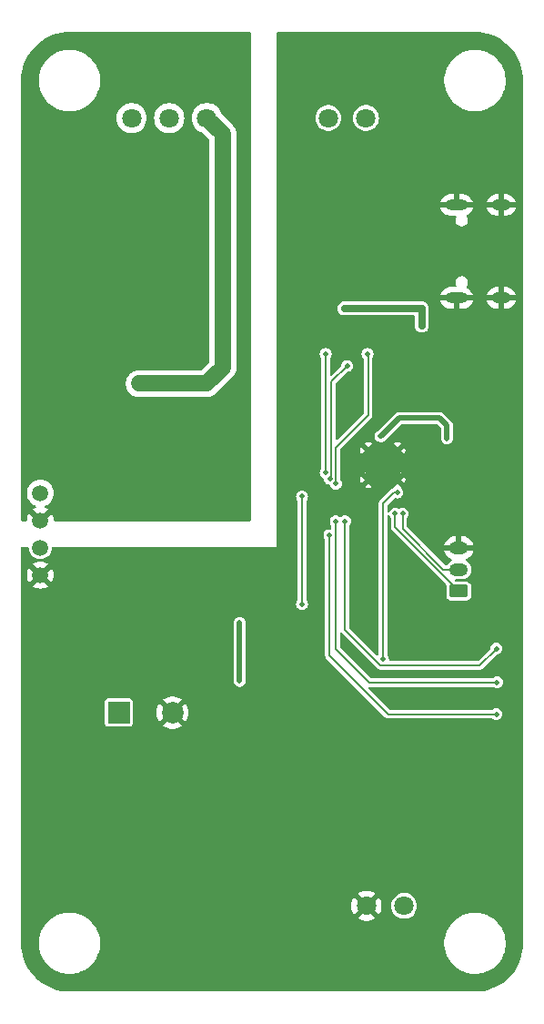
<source format=gbl>
G04 #@! TF.GenerationSoftware,KiCad,Pcbnew,8.0.6*
G04 #@! TF.CreationDate,2025-03-23T16:03:48+01:00*
G04 #@! TF.ProjectId,RS485-insolated-repeater,52533438-352d-4696-9e73-6f6c61746564,v1.0*
G04 #@! TF.SameCoordinates,Original*
G04 #@! TF.FileFunction,Copper,L2,Bot*
G04 #@! TF.FilePolarity,Positive*
%FSLAX46Y46*%
G04 Gerber Fmt 4.6, Leading zero omitted, Abs format (unit mm)*
G04 Created by KiCad (PCBNEW 8.0.6) date 2025-03-23 16:03:48*
%MOMM*%
%LPD*%
G01*
G04 APERTURE LIST*
G04 Aperture macros list*
%AMRoundRect*
0 Rectangle with rounded corners*
0 $1 Rounding radius*
0 $2 $3 $4 $5 $6 $7 $8 $9 X,Y pos of 4 corners*
0 Add a 4 corners polygon primitive as box body*
4,1,4,$2,$3,$4,$5,$6,$7,$8,$9,$2,$3,0*
0 Add four circle primitives for the rounded corners*
1,1,$1+$1,$2,$3*
1,1,$1+$1,$4,$5*
1,1,$1+$1,$6,$7*
1,1,$1+$1,$8,$9*
0 Add four rect primitives between the rounded corners*
20,1,$1+$1,$2,$3,$4,$5,0*
20,1,$1+$1,$4,$5,$6,$7,0*
20,1,$1+$1,$6,$7,$8,$9,0*
20,1,$1+$1,$8,$9,$2,$3,0*%
G04 Aperture macros list end*
G04 #@! TA.AperFunction,ComponentPad*
%ADD10O,1.800000X1.000000*%
G04 #@! TD*
G04 #@! TA.AperFunction,ComponentPad*
%ADD11O,2.100000X1.000000*%
G04 #@! TD*
G04 #@! TA.AperFunction,ComponentPad*
%ADD12C,1.803400*%
G04 #@! TD*
G04 #@! TA.AperFunction,ComponentPad*
%ADD13O,1.750000X1.200000*%
G04 #@! TD*
G04 #@! TA.AperFunction,ComponentPad*
%ADD14RoundRect,0.250000X0.625000X-0.350000X0.625000X0.350000X-0.625000X0.350000X-0.625000X-0.350000X0*%
G04 #@! TD*
G04 #@! TA.AperFunction,ComponentPad*
%ADD15C,2.000000*%
G04 #@! TD*
G04 #@! TA.AperFunction,ComponentPad*
%ADD16R,2.000000X2.000000*%
G04 #@! TD*
G04 #@! TA.AperFunction,ComponentPad*
%ADD17C,1.500000*%
G04 #@! TD*
G04 #@! TA.AperFunction,HeatsinkPad*
%ADD18C,0.500000*%
G04 #@! TD*
G04 #@! TA.AperFunction,HeatsinkPad*
%ADD19R,3.200000X3.200000*%
G04 #@! TD*
G04 #@! TA.AperFunction,ViaPad*
%ADD20C,0.500000*%
G04 #@! TD*
G04 #@! TA.AperFunction,ViaPad*
%ADD21C,0.400000*%
G04 #@! TD*
G04 #@! TA.AperFunction,Conductor*
%ADD22C,0.500000*%
G04 #@! TD*
G04 #@! TA.AperFunction,Conductor*
%ADD23C,0.700000*%
G04 #@! TD*
G04 #@! TA.AperFunction,Conductor*
%ADD24C,0.200000*%
G04 #@! TD*
G04 #@! TA.AperFunction,Conductor*
%ADD25C,1.500000*%
G04 #@! TD*
G04 APERTURE END LIST*
D10*
X161899999Y-76080000D03*
D11*
X157719999Y-76080000D03*
D10*
X161899999Y-84720000D03*
D11*
X157719999Y-84720000D03*
D12*
X134500000Y-68000000D03*
X131000000Y-68000000D03*
X127499999Y-68000000D03*
X149349999Y-141277302D03*
X152850000Y-141277302D03*
D13*
X157949999Y-108000000D03*
X157949999Y-110000000D03*
D14*
X157949999Y-112000000D03*
D15*
X131300000Y-123300000D03*
D16*
X126300000Y-123300000D03*
D17*
X119000000Y-102890000D03*
X119000000Y-105430000D03*
X119000000Y-107970000D03*
X119000000Y-110510000D03*
D18*
X152224999Y-101625000D03*
X152224999Y-98925000D03*
D19*
X150874999Y-100275000D03*
D18*
X149524999Y-101625000D03*
X149524999Y-98925000D03*
D12*
X149300001Y-68000000D03*
X145800000Y-68000000D03*
D20*
X122500000Y-87500000D03*
X117500000Y-87500000D03*
X155900000Y-103700000D03*
X159200000Y-102000000D03*
X155800000Y-99200000D03*
X159700000Y-98800000D03*
X159600000Y-95500000D03*
X144500000Y-109100000D03*
X149200000Y-105100000D03*
X145600000Y-102800000D03*
X152400000Y-89200000D03*
X146200000Y-84600000D03*
X150900000Y-88200000D03*
X143300000Y-90900000D03*
X148500000Y-92200000D03*
X153300000Y-95000000D03*
X147500000Y-89600000D03*
X149600000Y-75600000D03*
X145600000Y-75600000D03*
X131600000Y-77200000D03*
X127000000Y-77100000D03*
X129400000Y-88200000D03*
X129200000Y-103300000D03*
X130400000Y-98400000D03*
X127600000Y-99500000D03*
X136700000Y-130500000D03*
X143000000Y-131700000D03*
X142400000Y-133400000D03*
X142400000Y-132700000D03*
X142400000Y-132000000D03*
X142400000Y-131300000D03*
X129300000Y-77300000D03*
X129300000Y-76500000D03*
X129200000Y-73100000D03*
X129200000Y-73900000D03*
X147500000Y-77300000D03*
X147500000Y-76500000D03*
X147500000Y-73100000D03*
X147500000Y-74000000D03*
X147400000Y-80800000D03*
X154900000Y-83700000D03*
X119500000Y-96600000D03*
X119500000Y-101100000D03*
X125100000Y-102200000D03*
X122900000Y-101500000D03*
X127500000Y-112500000D03*
X132500000Y-117500000D03*
X132500000Y-112500000D03*
X127500000Y-127500000D03*
X117500000Y-142500000D03*
X117500000Y-127500000D03*
X117500000Y-132500000D03*
X117500000Y-137500000D03*
X132500000Y-132500000D03*
X132500000Y-137500000D03*
X137500000Y-142500000D03*
X142500000Y-142500000D03*
X147500000Y-142500000D03*
X147500000Y-147500000D03*
X157500000Y-147500000D03*
X152500000Y-147500000D03*
X157500000Y-137500000D03*
X157500000Y-127500000D03*
X157500000Y-132500000D03*
X162500000Y-142500000D03*
X162500000Y-137500000D03*
X162500000Y-132500000D03*
X162500000Y-127500000D03*
X162500000Y-112500000D03*
X162500000Y-107500000D03*
X162500000Y-87500000D03*
X162500000Y-82500000D03*
X162500000Y-77500000D03*
X152500000Y-77500000D03*
X162500000Y-62500000D03*
X162500000Y-72500000D03*
X162500000Y-67500000D03*
X157500000Y-67500000D03*
X157500000Y-72500000D03*
X152500000Y-72500000D03*
X152500000Y-67500000D03*
X152500000Y-62500000D03*
X147500000Y-62500000D03*
X142500000Y-82500000D03*
X142500000Y-77500000D03*
X142500000Y-72500000D03*
X142500000Y-67500000D03*
X142500000Y-62500000D03*
X122500000Y-97500000D03*
X132500000Y-97500000D03*
X137500000Y-97500000D03*
X137500000Y-92500000D03*
X132500000Y-82500000D03*
X132500000Y-87500000D03*
X137500000Y-87500000D03*
X137500000Y-82500000D03*
X137500000Y-77500000D03*
X137500000Y-72500000D03*
X117500000Y-92500000D03*
X122500000Y-92500000D03*
X122500000Y-82500000D03*
X117500000Y-82500000D03*
X117500000Y-77500000D03*
X122500000Y-77500000D03*
X122500000Y-72500000D03*
X117500000Y-72500000D03*
X117500000Y-67500000D03*
X137500000Y-67500000D03*
X127500000Y-62500000D03*
X132500000Y-62500000D03*
X137500000Y-62500000D03*
X132450000Y-109550000D03*
X131900000Y-110150000D03*
X137550000Y-114950000D03*
X137550000Y-120350000D03*
X147300000Y-85700000D03*
X148000000Y-85700000D03*
X154500000Y-87300000D03*
X154500000Y-86500000D03*
X148700000Y-85700000D03*
X154500000Y-85700000D03*
X143350000Y-103200000D03*
X143350000Y-113200000D03*
X161450000Y-123450000D03*
X161450000Y-117350000D03*
X161500000Y-120500000D03*
X145900000Y-106800000D03*
X147350000Y-105500000D03*
X146500000Y-105500000D03*
X145550000Y-89950000D03*
X147550000Y-91050000D03*
X149450000Y-89950000D03*
X145550001Y-100977817D03*
X145950000Y-101552274D03*
X146500000Y-102000000D03*
X150900000Y-118350000D03*
X152206244Y-102825213D03*
X152725002Y-104800000D03*
X152024999Y-104800000D03*
X156850000Y-96600000D03*
X156850000Y-97200000D03*
X156850000Y-97800000D03*
X152824999Y-95900000D03*
D21*
X150674999Y-97600000D03*
D20*
X130500000Y-92750000D03*
X129850000Y-92750000D03*
X128100000Y-92750000D03*
X128750000Y-92750000D03*
X129300000Y-93200000D03*
X129300000Y-92300000D03*
D22*
X137550000Y-114950000D02*
X137550000Y-120350000D01*
D23*
X148700000Y-85700000D02*
X147300000Y-85700000D01*
X154500000Y-85700000D02*
X154500000Y-86350000D01*
X154500000Y-86350000D02*
X154500000Y-87300000D01*
X154500000Y-85700000D02*
X148700000Y-85700000D01*
D24*
X143350000Y-113200000D02*
X143350000Y-103200000D01*
X159900000Y-118900000D02*
X161450000Y-117350000D01*
X150672182Y-118900000D02*
X159900000Y-118900000D01*
X147350000Y-105500000D02*
X147350000Y-115577818D01*
X147350000Y-115577818D02*
X150672182Y-118900000D01*
X151400000Y-123450000D02*
X161450000Y-123450000D01*
X145900000Y-117950000D02*
X151400000Y-123450000D01*
X145900000Y-106800000D02*
X145900000Y-117950000D01*
X149650000Y-120500000D02*
X161500000Y-120500000D01*
X146500000Y-117350000D02*
X149650000Y-120500000D01*
X146500000Y-105500000D02*
X146500000Y-117350000D01*
X146500000Y-98650000D02*
X149500000Y-95650000D01*
X146500000Y-102000000D02*
X146500000Y-98650000D01*
X149500000Y-95650000D02*
X149500000Y-90000000D01*
X149500000Y-90000000D02*
X149450000Y-89950000D01*
X146100000Y-92500000D02*
X147550000Y-91050000D01*
X145950000Y-101552274D02*
X146100000Y-101402274D01*
X146100000Y-101402274D02*
X146100000Y-92500000D01*
X145536620Y-89963380D02*
X145550000Y-89950000D01*
X145550001Y-100977817D02*
X145536620Y-100964436D01*
X145536620Y-100964436D02*
X145536620Y-89963380D01*
X150900000Y-103850000D02*
X150900000Y-118350000D01*
X151924787Y-102825213D02*
X150900000Y-103850000D01*
X152206244Y-102825213D02*
X151924787Y-102825213D01*
X156515685Y-110000000D02*
X157949999Y-110000000D01*
X152725002Y-104800000D02*
X152725002Y-106209317D01*
X152725002Y-106209317D02*
X156515685Y-110000000D01*
X152024999Y-106075000D02*
X157949999Y-112000000D01*
X152024999Y-104800000D02*
X152024999Y-106075000D01*
D22*
X152400000Y-95900000D02*
X152824999Y-95900000D01*
X150700000Y-97600000D02*
X152400000Y-95900000D01*
X150674999Y-97600000D02*
X150700000Y-97600000D01*
X156150000Y-95900000D02*
X152824999Y-95900000D01*
X156850000Y-96600000D02*
X156150000Y-95900000D01*
X156850000Y-97800000D02*
X156850000Y-96600000D01*
D25*
X134500000Y-92700000D02*
X128200000Y-92700000D01*
X136000000Y-91200000D02*
X134500000Y-92700000D01*
X136000000Y-85500000D02*
X136000000Y-91200000D01*
X136000000Y-69500000D02*
X136000000Y-85500000D01*
X134500000Y-68000000D02*
X136000000Y-69500000D01*
G04 #@! TA.AperFunction,Conductor*
G36*
X159452152Y-60000593D02*
G01*
X159837853Y-60017434D01*
X159846432Y-60018184D01*
X160227053Y-60068295D01*
X160235544Y-60069792D01*
X160610338Y-60152881D01*
X160618673Y-60155115D01*
X160984797Y-60270553D01*
X160992913Y-60273507D01*
X161347587Y-60420418D01*
X161355398Y-60424060D01*
X161695910Y-60601320D01*
X161703390Y-60605638D01*
X162027167Y-60811906D01*
X162034241Y-60816860D01*
X162338797Y-61050554D01*
X162345398Y-61056093D01*
X162628459Y-61315470D01*
X162634529Y-61321540D01*
X162893905Y-61604599D01*
X162899445Y-61611202D01*
X163133139Y-61915758D01*
X163138093Y-61922832D01*
X163344361Y-62246609D01*
X163348679Y-62254089D01*
X163525935Y-62594593D01*
X163529585Y-62602420D01*
X163676492Y-62957086D01*
X163679446Y-62965202D01*
X163794884Y-63331326D01*
X163797119Y-63339668D01*
X163880205Y-63714445D01*
X163881705Y-63722951D01*
X163931813Y-64103554D01*
X163932566Y-64112158D01*
X163949406Y-64497847D01*
X163949500Y-64502165D01*
X163949500Y-144747834D01*
X163949406Y-144752152D01*
X163932566Y-145137841D01*
X163931813Y-145146445D01*
X163881705Y-145527048D01*
X163880205Y-145535554D01*
X163797119Y-145910331D01*
X163794884Y-145918673D01*
X163679446Y-146284797D01*
X163676492Y-146292913D01*
X163529585Y-146647579D01*
X163525935Y-146655406D01*
X163348679Y-146995910D01*
X163344361Y-147003390D01*
X163138093Y-147327167D01*
X163133139Y-147334241D01*
X162899445Y-147638797D01*
X162893895Y-147645411D01*
X162634540Y-147928447D01*
X162628447Y-147934540D01*
X162612727Y-147948946D01*
X162345413Y-148193894D01*
X162338797Y-148199445D01*
X162034241Y-148433139D01*
X162027167Y-148438093D01*
X161703390Y-148644361D01*
X161695910Y-148648679D01*
X161355406Y-148825935D01*
X161347579Y-148829585D01*
X160992913Y-148976492D01*
X160984797Y-148979446D01*
X160618673Y-149094884D01*
X160610331Y-149097119D01*
X160235554Y-149180205D01*
X160227048Y-149181705D01*
X159846445Y-149231813D01*
X159837841Y-149232566D01*
X159452153Y-149249406D01*
X159447835Y-149249500D01*
X121702165Y-149249500D01*
X121697847Y-149249406D01*
X121312158Y-149232566D01*
X121303554Y-149231813D01*
X120922951Y-149181705D01*
X120914445Y-149180205D01*
X120539668Y-149097119D01*
X120531326Y-149094884D01*
X120165202Y-148979446D01*
X120157086Y-148976492D01*
X119802420Y-148829585D01*
X119794593Y-148825935D01*
X119454089Y-148648679D01*
X119446609Y-148644361D01*
X119122832Y-148438093D01*
X119115758Y-148433139D01*
X118811202Y-148199445D01*
X118804599Y-148193905D01*
X118521540Y-147934529D01*
X118515470Y-147928459D01*
X118256093Y-147645398D01*
X118250554Y-147638797D01*
X118016860Y-147334241D01*
X118011906Y-147327167D01*
X117805638Y-147003390D01*
X117801320Y-146995910D01*
X117624064Y-146655406D01*
X117620414Y-146647579D01*
X117473507Y-146292913D01*
X117470553Y-146284797D01*
X117355115Y-145918673D01*
X117352880Y-145910331D01*
X117337855Y-145842558D01*
X117269792Y-145535544D01*
X117268294Y-145527048D01*
X117255643Y-145430953D01*
X117218184Y-145146432D01*
X117217434Y-145137853D01*
X117200594Y-144752152D01*
X117200500Y-144747834D01*
X117200500Y-144589902D01*
X118849500Y-144589902D01*
X118849500Y-144910097D01*
X118885346Y-145228225D01*
X118885347Y-145228231D01*
X118956590Y-145540366D01*
X119062330Y-145842554D01*
X119097004Y-145914556D01*
X119201245Y-146131013D01*
X119371581Y-146402101D01*
X119571198Y-146652413D01*
X119797587Y-146878802D01*
X120047899Y-147078419D01*
X120318987Y-147248755D01*
X120607442Y-147387668D01*
X120607445Y-147387669D01*
X120909633Y-147493409D01*
X120909636Y-147493409D01*
X120909637Y-147493410D01*
X121221771Y-147564653D01*
X121307562Y-147574319D01*
X121539902Y-147600499D01*
X121539918Y-147600499D01*
X121539919Y-147600500D01*
X121539920Y-147600500D01*
X121860080Y-147600500D01*
X121860081Y-147600500D01*
X121860082Y-147600499D01*
X121860097Y-147600499D01*
X122063840Y-147577541D01*
X122178229Y-147564653D01*
X122490363Y-147493410D01*
X122792558Y-147387668D01*
X123081013Y-147248755D01*
X123352101Y-147078419D01*
X123602413Y-146878802D01*
X123828802Y-146652413D01*
X124028419Y-146402101D01*
X124198755Y-146131013D01*
X124337668Y-145842558D01*
X124443410Y-145540363D01*
X124514653Y-145228229D01*
X124527541Y-145113840D01*
X124550499Y-144910097D01*
X124550500Y-144910080D01*
X124550500Y-144589919D01*
X124550499Y-144589902D01*
X156599500Y-144589902D01*
X156599500Y-144910097D01*
X156635346Y-145228225D01*
X156635347Y-145228231D01*
X156706590Y-145540366D01*
X156812330Y-145842554D01*
X156847004Y-145914556D01*
X156951245Y-146131013D01*
X157121581Y-146402101D01*
X157321198Y-146652413D01*
X157547587Y-146878802D01*
X157797899Y-147078419D01*
X158068987Y-147248755D01*
X158357442Y-147387668D01*
X158357445Y-147387669D01*
X158659633Y-147493409D01*
X158659636Y-147493409D01*
X158659637Y-147493410D01*
X158971771Y-147564653D01*
X159057562Y-147574319D01*
X159289902Y-147600499D01*
X159289918Y-147600499D01*
X159289919Y-147600500D01*
X159289920Y-147600500D01*
X159610080Y-147600500D01*
X159610081Y-147600500D01*
X159610082Y-147600499D01*
X159610097Y-147600499D01*
X159813840Y-147577541D01*
X159928229Y-147564653D01*
X160240363Y-147493410D01*
X160542558Y-147387668D01*
X160831013Y-147248755D01*
X161102101Y-147078419D01*
X161352413Y-146878802D01*
X161578802Y-146652413D01*
X161778419Y-146402101D01*
X161948755Y-146131013D01*
X162087668Y-145842558D01*
X162193410Y-145540363D01*
X162264653Y-145228229D01*
X162277541Y-145113840D01*
X162300499Y-144910097D01*
X162300500Y-144910080D01*
X162300500Y-144589919D01*
X162300499Y-144589902D01*
X162264653Y-144271774D01*
X162264652Y-144271768D01*
X162193409Y-143959633D01*
X162087669Y-143657445D01*
X161948758Y-143368994D01*
X161948755Y-143368987D01*
X161778419Y-143097899D01*
X161578802Y-142847587D01*
X161352413Y-142621198D01*
X161102101Y-142421581D01*
X160831013Y-142251245D01*
X160542558Y-142112332D01*
X160542554Y-142112330D01*
X160240366Y-142006590D01*
X159928231Y-141935347D01*
X159928225Y-141935346D01*
X159610097Y-141899500D01*
X159610081Y-141899500D01*
X159289919Y-141899500D01*
X159289902Y-141899500D01*
X158971774Y-141935346D01*
X158971768Y-141935347D01*
X158659633Y-142006590D01*
X158357445Y-142112330D01*
X158068994Y-142251241D01*
X158068989Y-142251244D01*
X157797898Y-142421581D01*
X157547588Y-142621197D01*
X157321197Y-142847588D01*
X157121581Y-143097898D01*
X156951244Y-143368989D01*
X156951241Y-143368994D01*
X156812330Y-143657445D01*
X156706590Y-143959633D01*
X156635347Y-144271768D01*
X156635346Y-144271774D01*
X156599500Y-144589902D01*
X124550499Y-144589902D01*
X124514653Y-144271774D01*
X124514652Y-144271768D01*
X124443409Y-143959633D01*
X124337669Y-143657445D01*
X124198758Y-143368994D01*
X124198755Y-143368987D01*
X124028419Y-143097899D01*
X123828802Y-142847587D01*
X123602413Y-142621198D01*
X123352101Y-142421581D01*
X123081013Y-142251245D01*
X122792558Y-142112332D01*
X122792554Y-142112330D01*
X122490366Y-142006590D01*
X122178231Y-141935347D01*
X122178225Y-141935346D01*
X121860097Y-141899500D01*
X121860081Y-141899500D01*
X121539919Y-141899500D01*
X121539902Y-141899500D01*
X121221774Y-141935346D01*
X121221768Y-141935347D01*
X120909633Y-142006590D01*
X120607445Y-142112330D01*
X120318994Y-142251241D01*
X120318989Y-142251244D01*
X120047898Y-142421581D01*
X119797588Y-142621197D01*
X119571197Y-142847588D01*
X119371581Y-143097898D01*
X119201244Y-143368989D01*
X119201241Y-143368994D01*
X119062330Y-143657445D01*
X118956590Y-143959633D01*
X118885347Y-144271768D01*
X118885346Y-144271774D01*
X118849500Y-144589902D01*
X117200500Y-144589902D01*
X117200500Y-141277302D01*
X147943495Y-141277302D01*
X147962677Y-141508803D01*
X148019703Y-141733993D01*
X148113015Y-141946723D01*
X148113018Y-141946728D01*
X148197582Y-142076162D01*
X148750716Y-141523027D01*
X148776015Y-141584103D01*
X148846898Y-141690187D01*
X148937114Y-141780403D01*
X149043198Y-141851286D01*
X149104270Y-141876583D01*
X148549989Y-142430865D01*
X148580710Y-142454777D01*
X148580714Y-142454780D01*
X148785009Y-142565339D01*
X149004726Y-142640767D01*
X149233851Y-142679002D01*
X149466147Y-142679002D01*
X149695271Y-142640767D01*
X149914988Y-142565339D01*
X150119283Y-142454780D01*
X150150007Y-142430865D01*
X149595725Y-141876583D01*
X149656800Y-141851286D01*
X149762884Y-141780403D01*
X149853100Y-141690187D01*
X149923983Y-141584103D01*
X149949280Y-141523028D01*
X150502414Y-142076162D01*
X150586979Y-141946728D01*
X150586982Y-141946723D01*
X150680294Y-141733993D01*
X150737320Y-141508803D01*
X150756502Y-141277302D01*
X151642650Y-141277302D01*
X151663207Y-141499152D01*
X151724180Y-141713447D01*
X151823490Y-141912890D01*
X151957758Y-142090688D01*
X152122409Y-142240788D01*
X152311838Y-142358077D01*
X152519593Y-142438562D01*
X152738600Y-142479502D01*
X152961400Y-142479502D01*
X153180407Y-142438562D01*
X153388162Y-142358077D01*
X153577591Y-142240788D01*
X153742242Y-142090688D01*
X153876510Y-141912890D01*
X153975820Y-141713447D01*
X154036793Y-141499152D01*
X154057350Y-141277302D01*
X154036793Y-141055452D01*
X153975820Y-140841157D01*
X153876510Y-140641714D01*
X153742242Y-140463916D01*
X153577591Y-140313816D01*
X153388162Y-140196527D01*
X153180407Y-140116042D01*
X153180399Y-140116040D01*
X152961400Y-140075102D01*
X152738600Y-140075102D01*
X152519600Y-140116040D01*
X152519592Y-140116042D01*
X152415715Y-140156284D01*
X152311838Y-140196527D01*
X152122409Y-140313816D01*
X152122406Y-140313818D01*
X151957759Y-140463915D01*
X151957755Y-140463920D01*
X151823491Y-140641712D01*
X151823486Y-140641721D01*
X151724181Y-140841154D01*
X151663207Y-141055450D01*
X151663207Y-141055452D01*
X151642650Y-141277302D01*
X150756502Y-141277302D01*
X150737320Y-141045800D01*
X150680294Y-140820610D01*
X150586982Y-140607880D01*
X150586979Y-140607875D01*
X150502414Y-140478440D01*
X149949280Y-141031573D01*
X149923983Y-140970501D01*
X149853100Y-140864417D01*
X149762884Y-140774201D01*
X149656800Y-140703318D01*
X149595724Y-140678019D01*
X150150007Y-140123737D01*
X150119281Y-140099822D01*
X149914988Y-139989264D01*
X149695271Y-139913836D01*
X149466147Y-139875602D01*
X149233851Y-139875602D01*
X149004726Y-139913836D01*
X148785009Y-139989264D01*
X148580713Y-140099824D01*
X148580710Y-140099826D01*
X148549989Y-140123737D01*
X149104272Y-140678020D01*
X149043198Y-140703318D01*
X148937114Y-140774201D01*
X148846898Y-140864417D01*
X148776015Y-140970501D01*
X148750717Y-141031575D01*
X148197583Y-140478441D01*
X148113015Y-140607882D01*
X148019703Y-140820610D01*
X147962677Y-141045800D01*
X147943495Y-141277302D01*
X117200500Y-141277302D01*
X117200500Y-122255130D01*
X124999500Y-122255130D01*
X124999500Y-124344860D01*
X124999501Y-124344863D01*
X125002414Y-124369990D01*
X125027756Y-124427385D01*
X125047794Y-124472765D01*
X125127235Y-124552206D01*
X125230009Y-124597585D01*
X125255135Y-124600500D01*
X127344864Y-124600499D01*
X127369991Y-124597585D01*
X127472765Y-124552206D01*
X127552206Y-124472765D01*
X127597585Y-124369991D01*
X127600500Y-124344865D01*
X127600499Y-123300000D01*
X129794859Y-123300000D01*
X129815386Y-123547736D01*
X129876412Y-123788719D01*
X129976265Y-124016363D01*
X129976270Y-124016372D01*
X130076563Y-124169881D01*
X130817036Y-123429407D01*
X130834075Y-123492993D01*
X130899901Y-123607007D01*
X130992993Y-123700099D01*
X131107007Y-123765925D01*
X131170590Y-123782962D01*
X130429942Y-124523610D01*
X130476768Y-124560054D01*
X130695388Y-124678366D01*
X130930513Y-124759084D01*
X131175706Y-124800000D01*
X131424294Y-124800000D01*
X131669486Y-124759084D01*
X131904611Y-124678366D01*
X132123234Y-124560053D01*
X132123237Y-124560051D01*
X132170056Y-124523610D01*
X131429409Y-123782962D01*
X131492993Y-123765925D01*
X131607007Y-123700099D01*
X131700099Y-123607007D01*
X131765925Y-123492993D01*
X131782962Y-123429408D01*
X132523435Y-124169881D01*
X132623729Y-124016372D01*
X132623734Y-124016363D01*
X132723587Y-123788719D01*
X132784613Y-123547736D01*
X132805140Y-123300000D01*
X132784613Y-123052263D01*
X132723587Y-122811280D01*
X132623734Y-122583636D01*
X132623729Y-122583627D01*
X132523435Y-122430117D01*
X131782962Y-123170589D01*
X131765925Y-123107007D01*
X131700099Y-122992993D01*
X131607007Y-122899901D01*
X131492993Y-122834075D01*
X131429407Y-122817036D01*
X132170056Y-122076388D01*
X132123232Y-122039945D01*
X131904611Y-121921633D01*
X131669486Y-121840915D01*
X131424294Y-121800000D01*
X131175706Y-121800000D01*
X130930513Y-121840915D01*
X130695388Y-121921633D01*
X130476765Y-122039947D01*
X130476764Y-122039947D01*
X130429942Y-122076388D01*
X131170591Y-122817037D01*
X131107007Y-122834075D01*
X130992993Y-122899901D01*
X130899901Y-122992993D01*
X130834075Y-123107007D01*
X130817037Y-123170591D01*
X130076564Y-122430118D01*
X129976268Y-122583632D01*
X129876412Y-122811283D01*
X129815386Y-123052263D01*
X129794859Y-123300000D01*
X127600499Y-123300000D01*
X127600499Y-122255136D01*
X127597585Y-122230009D01*
X127552206Y-122127235D01*
X127472765Y-122047794D01*
X127369991Y-122002415D01*
X127369990Y-122002414D01*
X127369988Y-122002414D01*
X127344868Y-121999500D01*
X125255139Y-121999500D01*
X125255136Y-121999501D01*
X125230009Y-122002414D01*
X125127235Y-122047794D01*
X125047794Y-122127235D01*
X125002414Y-122230011D01*
X124999500Y-122255130D01*
X117200500Y-122255130D01*
X117200500Y-114949999D01*
X136994750Y-114949999D01*
X136998653Y-114979644D01*
X136999500Y-114992567D01*
X136999500Y-120307431D01*
X136998653Y-120320353D01*
X136994750Y-120349999D01*
X136998653Y-120379644D01*
X136999500Y-120392567D01*
X136999500Y-120422474D01*
X137007241Y-120451365D01*
X137009766Y-120464063D01*
X137013670Y-120493709D01*
X137016276Y-120500000D01*
X137025113Y-120521335D01*
X137029272Y-120533586D01*
X137037016Y-120562485D01*
X137037017Y-120562486D01*
X137037017Y-120562487D01*
X137051968Y-120588385D01*
X137057693Y-120599994D01*
X137069139Y-120627626D01*
X137087343Y-120651350D01*
X137094536Y-120662114D01*
X137109491Y-120688015D01*
X137130635Y-120709159D01*
X137139173Y-120718895D01*
X137157379Y-120742621D01*
X137161669Y-120745913D01*
X137181099Y-120760822D01*
X137190834Y-120769359D01*
X137211983Y-120790507D01*
X137211985Y-120790509D01*
X137237888Y-120805464D01*
X137248642Y-120812650D01*
X137272375Y-120830861D01*
X137299995Y-120842301D01*
X137300007Y-120842306D01*
X137311623Y-120848035D01*
X137337510Y-120862982D01*
X137337513Y-120862983D01*
X137337515Y-120862984D01*
X137366408Y-120870725D01*
X137378666Y-120874887D01*
X137406288Y-120886329D01*
X137406291Y-120886330D01*
X137435934Y-120890232D01*
X137448623Y-120892755D01*
X137477525Y-120900500D01*
X137507432Y-120900500D01*
X137520354Y-120901347D01*
X137550000Y-120905250D01*
X137579646Y-120901347D01*
X137592568Y-120900500D01*
X137622474Y-120900500D01*
X137622475Y-120900500D01*
X137651372Y-120892756D01*
X137664066Y-120890231D01*
X137693709Y-120886330D01*
X137721349Y-120874880D01*
X137733589Y-120870725D01*
X137762485Y-120862984D01*
X137774649Y-120855960D01*
X137788382Y-120848032D01*
X137799994Y-120842305D01*
X137827625Y-120830861D01*
X137851358Y-120812649D01*
X137862105Y-120805467D01*
X137888015Y-120790509D01*
X137909158Y-120769364D01*
X137918896Y-120760825D01*
X137918900Y-120760822D01*
X137942621Y-120742621D01*
X137960826Y-120718894D01*
X137969366Y-120709157D01*
X137990509Y-120688015D01*
X138005467Y-120662105D01*
X138012649Y-120651358D01*
X138030861Y-120627625D01*
X138042305Y-120599994D01*
X138048032Y-120588382D01*
X138062982Y-120562488D01*
X138062984Y-120562485D01*
X138070725Y-120533589D01*
X138074880Y-120521349D01*
X138086330Y-120493709D01*
X138090232Y-120464064D01*
X138092758Y-120451365D01*
X138100500Y-120422475D01*
X138100500Y-120392567D01*
X138101347Y-120379644D01*
X138105250Y-120349999D01*
X138101347Y-120320353D01*
X138100500Y-120307431D01*
X138100500Y-114992567D01*
X138101347Y-114979644D01*
X138105250Y-114949999D01*
X138101347Y-114920353D01*
X138100500Y-114907431D01*
X138100500Y-114877526D01*
X138100500Y-114877525D01*
X138092755Y-114848623D01*
X138090231Y-114835929D01*
X138086330Y-114806291D01*
X138086329Y-114806288D01*
X138074887Y-114778666D01*
X138070725Y-114766408D01*
X138062984Y-114737515D01*
X138062983Y-114737513D01*
X138062982Y-114737510D01*
X138048035Y-114711623D01*
X138042306Y-114700007D01*
X138030861Y-114672375D01*
X138012650Y-114648641D01*
X138005464Y-114637888D01*
X137990509Y-114611985D01*
X137990507Y-114611983D01*
X137969359Y-114590834D01*
X137960822Y-114581099D01*
X137942620Y-114557378D01*
X137918895Y-114539173D01*
X137909159Y-114530635D01*
X137888015Y-114509491D01*
X137862114Y-114494536D01*
X137851350Y-114487343D01*
X137827626Y-114469139D01*
X137799994Y-114457693D01*
X137788385Y-114451968D01*
X137762487Y-114437017D01*
X137762486Y-114437016D01*
X137762485Y-114437016D01*
X137733586Y-114429272D01*
X137721335Y-114425113D01*
X137693709Y-114413670D01*
X137693707Y-114413669D01*
X137693705Y-114413669D01*
X137664064Y-114409767D01*
X137651365Y-114407241D01*
X137648090Y-114406363D01*
X137622475Y-114399500D01*
X137622474Y-114399500D01*
X137592568Y-114399500D01*
X137579646Y-114398653D01*
X137550000Y-114394750D01*
X137520354Y-114398653D01*
X137507432Y-114399500D01*
X137477525Y-114399500D01*
X137470815Y-114401297D01*
X137448631Y-114407241D01*
X137435938Y-114409766D01*
X137406290Y-114413670D01*
X137406284Y-114413672D01*
X137378656Y-114425115D01*
X137366398Y-114429276D01*
X137337517Y-114437015D01*
X137337512Y-114437017D01*
X137311622Y-114451964D01*
X137300014Y-114457689D01*
X137272374Y-114469138D01*
X137248641Y-114487348D01*
X137237885Y-114494535D01*
X137211985Y-114509490D01*
X137190840Y-114530635D01*
X137181108Y-114539170D01*
X137157382Y-114557376D01*
X137157376Y-114557382D01*
X137139170Y-114581108D01*
X137130635Y-114590840D01*
X137109490Y-114611985D01*
X137094535Y-114637885D01*
X137087348Y-114648641D01*
X137069138Y-114672374D01*
X137057689Y-114700014D01*
X137051964Y-114711622D01*
X137037017Y-114737512D01*
X137037015Y-114737517D01*
X137029276Y-114766398D01*
X137025115Y-114778656D01*
X137013672Y-114806284D01*
X137013670Y-114806290D01*
X137009766Y-114835938D01*
X137007241Y-114848631D01*
X136999500Y-114877525D01*
X136999500Y-114907431D01*
X136998653Y-114920353D01*
X136994750Y-114949999D01*
X117200500Y-114949999D01*
X117200500Y-110509996D01*
X117745225Y-110509996D01*
X117745225Y-110510003D01*
X117764286Y-110727881D01*
X117820897Y-110939157D01*
X117913332Y-111137386D01*
X117956873Y-111199570D01*
X118625000Y-110531443D01*
X118625000Y-110559370D01*
X118650556Y-110654745D01*
X118699925Y-110740255D01*
X118769745Y-110810075D01*
X118855255Y-110859444D01*
X118950630Y-110885000D01*
X118978554Y-110885000D01*
X118310428Y-111553125D01*
X118372610Y-111596666D01*
X118570842Y-111689102D01*
X118782118Y-111745713D01*
X118999997Y-111764775D01*
X119000003Y-111764775D01*
X119217881Y-111745713D01*
X119429157Y-111689102D01*
X119627388Y-111596666D01*
X119627391Y-111596665D01*
X119689571Y-111553125D01*
X119021446Y-110885000D01*
X119049370Y-110885000D01*
X119144745Y-110859444D01*
X119230255Y-110810075D01*
X119300075Y-110740255D01*
X119349444Y-110654745D01*
X119375000Y-110559370D01*
X119375000Y-110531446D01*
X120043125Y-111199571D01*
X120086665Y-111137391D01*
X120086666Y-111137388D01*
X120179102Y-110939157D01*
X120235713Y-110727881D01*
X120254775Y-110510003D01*
X120254775Y-110509996D01*
X120235713Y-110292118D01*
X120179102Y-110080842D01*
X120086668Y-109882615D01*
X120043125Y-109820428D01*
X119375000Y-110488553D01*
X119375000Y-110460630D01*
X119349444Y-110365255D01*
X119300075Y-110279745D01*
X119230255Y-110209925D01*
X119144745Y-110160556D01*
X119049370Y-110135000D01*
X119021443Y-110135000D01*
X119689570Y-109466873D01*
X119627386Y-109423332D01*
X119429157Y-109330897D01*
X119217881Y-109274286D01*
X119000003Y-109255225D01*
X118999997Y-109255225D01*
X118782118Y-109274286D01*
X118570837Y-109330898D01*
X118372622Y-109423327D01*
X118372611Y-109423334D01*
X118310428Y-109466873D01*
X118978555Y-110135000D01*
X118950630Y-110135000D01*
X118855255Y-110160556D01*
X118769745Y-110209925D01*
X118699925Y-110279745D01*
X118650556Y-110365255D01*
X118625000Y-110460630D01*
X118625000Y-110488555D01*
X117956873Y-109820428D01*
X117913334Y-109882611D01*
X117913327Y-109882622D01*
X117820898Y-110080837D01*
X117764286Y-110292118D01*
X117745225Y-110509996D01*
X117200500Y-110509996D01*
X117200500Y-107999000D01*
X117219407Y-107940809D01*
X117268907Y-107904845D01*
X117299500Y-107900000D01*
X117847794Y-107900000D01*
X117905985Y-107918907D01*
X117941949Y-107968407D01*
X117946317Y-107989296D01*
X117964698Y-108175929D01*
X117964699Y-108175934D01*
X118024768Y-108373954D01*
X118122316Y-108556452D01*
X118138789Y-108576524D01*
X118253590Y-108716410D01*
X118253595Y-108716414D01*
X118413547Y-108847683D01*
X118413548Y-108847683D01*
X118413550Y-108847685D01*
X118596046Y-108945232D01*
X118733997Y-108987078D01*
X118794065Y-109005300D01*
X118794070Y-109005301D01*
X118999997Y-109025583D01*
X119000000Y-109025583D01*
X119000003Y-109025583D01*
X119205929Y-109005301D01*
X119205934Y-109005300D01*
X119403954Y-108945232D01*
X119586450Y-108847685D01*
X119746410Y-108716410D01*
X119877685Y-108556450D01*
X119975232Y-108373954D01*
X120035300Y-108175934D01*
X120035301Y-108175929D01*
X120053683Y-107989296D01*
X120078203Y-107933239D01*
X120130989Y-107902300D01*
X120152206Y-107900000D01*
X140999999Y-107900000D01*
X141000000Y-107900000D01*
X141000000Y-103199999D01*
X142794750Y-103199999D01*
X142794750Y-103200000D01*
X142813669Y-103343708D01*
X142813670Y-103343709D01*
X142869137Y-103477621D01*
X142869142Y-103477630D01*
X142929041Y-103555690D01*
X142949466Y-103613365D01*
X142949500Y-103615958D01*
X142949500Y-112784040D01*
X142930593Y-112842231D01*
X142929042Y-112844307D01*
X142869142Y-112922370D01*
X142869137Y-112922378D01*
X142813670Y-113056290D01*
X142813669Y-113056291D01*
X142794750Y-113199999D01*
X142794750Y-113200000D01*
X142813669Y-113343708D01*
X142813670Y-113343709D01*
X142869139Y-113477625D01*
X142957379Y-113592621D01*
X143072375Y-113680861D01*
X143206291Y-113736330D01*
X143350000Y-113755250D01*
X143493709Y-113736330D01*
X143627625Y-113680861D01*
X143742621Y-113592621D01*
X143830861Y-113477625D01*
X143886330Y-113343709D01*
X143905250Y-113200000D01*
X143886330Y-113056291D01*
X143830861Y-112922375D01*
X143814075Y-112900499D01*
X143770958Y-112844307D01*
X143750534Y-112786631D01*
X143750500Y-112784040D01*
X143750500Y-106799999D01*
X145344750Y-106799999D01*
X145344750Y-106800000D01*
X145363669Y-106943708D01*
X145363670Y-106943709D01*
X145419137Y-107077621D01*
X145419142Y-107077630D01*
X145479041Y-107155690D01*
X145499466Y-107213365D01*
X145499500Y-107215958D01*
X145499500Y-117897273D01*
X145499500Y-118002727D01*
X145518162Y-118072375D01*
X145526794Y-118104592D01*
X145579516Y-118195908D01*
X145579518Y-118195910D01*
X145579520Y-118195913D01*
X151079518Y-123695910D01*
X151079520Y-123695913D01*
X151154087Y-123770480D01*
X151154089Y-123770481D01*
X151245409Y-123823205D01*
X151245413Y-123823207D01*
X151347270Y-123850500D01*
X151347272Y-123850501D01*
X151347273Y-123850501D01*
X151458790Y-123850501D01*
X151458806Y-123850500D01*
X161034040Y-123850500D01*
X161092231Y-123869407D01*
X161094307Y-123870958D01*
X161161078Y-123922193D01*
X161172375Y-123930861D01*
X161306291Y-123986330D01*
X161450000Y-124005250D01*
X161593709Y-123986330D01*
X161727625Y-123930861D01*
X161842621Y-123842621D01*
X161930861Y-123727625D01*
X161986330Y-123593709D01*
X162005250Y-123450000D01*
X161986330Y-123306291D01*
X161930861Y-123172375D01*
X161842621Y-123057379D01*
X161727625Y-122969139D01*
X161727621Y-122969137D01*
X161593709Y-122913670D01*
X161593708Y-122913669D01*
X161450000Y-122894750D01*
X161306291Y-122913669D01*
X161306290Y-122913670D01*
X161172378Y-122969137D01*
X161172370Y-122969142D01*
X161094307Y-123029042D01*
X161036631Y-123049466D01*
X161034040Y-123049500D01*
X151606900Y-123049500D01*
X151548709Y-123030593D01*
X151536896Y-123020504D01*
X149585897Y-121069505D01*
X149558120Y-121014988D01*
X149567691Y-120954556D01*
X149610956Y-120911291D01*
X149655901Y-120900501D01*
X149708790Y-120900501D01*
X149708806Y-120900500D01*
X161084040Y-120900500D01*
X161142231Y-120919407D01*
X161144307Y-120920958D01*
X161211078Y-120972193D01*
X161222375Y-120980861D01*
X161356291Y-121036330D01*
X161500000Y-121055250D01*
X161643709Y-121036330D01*
X161777625Y-120980861D01*
X161892621Y-120892621D01*
X161980861Y-120777625D01*
X162036330Y-120643709D01*
X162055250Y-120500000D01*
X162045043Y-120422475D01*
X162036330Y-120356291D01*
X161980861Y-120222375D01*
X161892621Y-120107379D01*
X161777625Y-120019139D01*
X161777621Y-120019137D01*
X161643709Y-119963670D01*
X161643708Y-119963669D01*
X161500000Y-119944750D01*
X161356291Y-119963669D01*
X161356290Y-119963670D01*
X161222378Y-120019137D01*
X161222370Y-120019142D01*
X161144307Y-120079042D01*
X161086631Y-120099466D01*
X161084040Y-120099500D01*
X149856900Y-120099500D01*
X149798709Y-120080593D01*
X149786896Y-120070504D01*
X146929496Y-117213103D01*
X146901719Y-117158586D01*
X146900500Y-117143099D01*
X146900500Y-115933718D01*
X146919407Y-115875527D01*
X146968907Y-115839563D01*
X147030093Y-115839563D01*
X147069501Y-115863712D01*
X150426269Y-119220480D01*
X150426271Y-119220481D01*
X150426273Y-119220483D01*
X150517590Y-119273205D01*
X150517588Y-119273205D01*
X150517592Y-119273206D01*
X150517594Y-119273207D01*
X150619455Y-119300500D01*
X150619457Y-119300500D01*
X159952725Y-119300500D01*
X159952727Y-119300500D01*
X160054588Y-119273207D01*
X160054590Y-119273205D01*
X160054592Y-119273205D01*
X160145908Y-119220483D01*
X160145908Y-119220482D01*
X160145913Y-119220480D01*
X161439071Y-117927320D01*
X161493586Y-117899545D01*
X161496121Y-117899177D01*
X161593709Y-117886330D01*
X161727625Y-117830861D01*
X161842621Y-117742621D01*
X161930861Y-117627625D01*
X161986330Y-117493709D01*
X162005250Y-117350000D01*
X162003560Y-117337167D01*
X161986330Y-117206291D01*
X161930861Y-117072375D01*
X161842621Y-116957379D01*
X161727625Y-116869139D01*
X161727621Y-116869137D01*
X161593709Y-116813670D01*
X161593708Y-116813669D01*
X161450000Y-116794750D01*
X161306291Y-116813669D01*
X161306290Y-116813670D01*
X161172378Y-116869137D01*
X161172374Y-116869139D01*
X161057381Y-116957377D01*
X161057377Y-116957381D01*
X160969139Y-117072374D01*
X160969137Y-117072378D01*
X160913670Y-117206290D01*
X160900825Y-117303848D01*
X160874483Y-117359073D01*
X160872676Y-117360929D01*
X159763103Y-118470504D01*
X159708586Y-118498281D01*
X159693099Y-118499500D01*
X151548456Y-118499500D01*
X151490265Y-118480593D01*
X151454301Y-118431093D01*
X151450303Y-118387578D01*
X151455250Y-118350000D01*
X151455250Y-118349999D01*
X151436330Y-118206291D01*
X151380861Y-118072375D01*
X151372193Y-118061078D01*
X151320958Y-117994307D01*
X151300534Y-117936631D01*
X151300500Y-117934040D01*
X151300500Y-104987134D01*
X151319407Y-104928943D01*
X151368907Y-104892979D01*
X151430093Y-104892979D01*
X151479593Y-104928943D01*
X151490964Y-104949249D01*
X151544136Y-105077621D01*
X151544141Y-105077630D01*
X151604040Y-105155690D01*
X151624465Y-105213365D01*
X151624499Y-105215958D01*
X151624499Y-106022273D01*
X151624499Y-106127727D01*
X151648236Y-106216318D01*
X151651793Y-106229592D01*
X151704515Y-106320908D01*
X151704516Y-106320909D01*
X151704517Y-106320910D01*
X151704519Y-106320913D01*
X154324408Y-108940802D01*
X156772274Y-111388668D01*
X156800051Y-111443185D01*
X156794368Y-111494989D01*
X156785122Y-111518435D01*
X156774499Y-111606893D01*
X156774499Y-112393106D01*
X156785122Y-112481565D01*
X156840636Y-112622339D01*
X156840637Y-112622341D01*
X156840638Y-112622342D01*
X156932077Y-112742922D01*
X157052657Y-112834361D01*
X157052658Y-112834361D01*
X157052659Y-112834362D01*
X157077878Y-112844307D01*
X157193435Y-112889877D01*
X157281897Y-112900500D01*
X157281899Y-112900500D01*
X158618099Y-112900500D01*
X158618101Y-112900500D01*
X158706563Y-112889877D01*
X158847341Y-112834361D01*
X158967921Y-112742922D01*
X159059360Y-112622342D01*
X159114876Y-112481564D01*
X159125499Y-112393102D01*
X159125499Y-111606898D01*
X159114876Y-111518436D01*
X159059360Y-111377658D01*
X158967921Y-111257078D01*
X158847341Y-111165639D01*
X158847340Y-111165638D01*
X158847338Y-111165637D01*
X158706564Y-111110123D01*
X158618105Y-111099500D01*
X158618101Y-111099500D01*
X157656900Y-111099500D01*
X157598709Y-111080593D01*
X157586896Y-111070504D01*
X157585896Y-111069504D01*
X157558119Y-111014987D01*
X157567690Y-110954555D01*
X157610955Y-110911290D01*
X157655900Y-110900500D01*
X158313689Y-110900500D01*
X158313690Y-110900500D01*
X158487665Y-110865894D01*
X158651546Y-110798013D01*
X158799034Y-110699464D01*
X158924463Y-110574035D01*
X159023012Y-110426547D01*
X159090893Y-110262666D01*
X159125499Y-110088691D01*
X159125499Y-109911309D01*
X159090893Y-109737334D01*
X159031266Y-109593381D01*
X159023013Y-109573455D01*
X159023013Y-109573454D01*
X158924463Y-109425965D01*
X158799033Y-109300535D01*
X158651543Y-109201985D01*
X158649812Y-109201268D01*
X158649161Y-109200712D01*
X158647253Y-109199692D01*
X158647476Y-109199273D01*
X158603291Y-109161526D01*
X158589014Y-109102029D01*
X158612435Y-109045504D01*
X158644369Y-109022320D01*
X158643786Y-109021175D01*
X158801523Y-108940804D01*
X158801527Y-108940802D01*
X158941595Y-108839037D01*
X159064036Y-108716596D01*
X159165801Y-108576528D01*
X159165803Y-108576524D01*
X159244410Y-108422248D01*
X159297912Y-108257586D01*
X159299113Y-108250000D01*
X158230329Y-108250000D01*
X158250074Y-108230255D01*
X158299443Y-108144745D01*
X158324999Y-108049370D01*
X158324999Y-107950630D01*
X158299443Y-107855255D01*
X158250074Y-107769745D01*
X158230329Y-107750000D01*
X159299113Y-107750000D01*
X159297912Y-107742413D01*
X159244410Y-107577751D01*
X159165803Y-107423475D01*
X159165801Y-107423471D01*
X159064036Y-107283403D01*
X158941595Y-107160962D01*
X158801527Y-107059197D01*
X158801523Y-107059195D01*
X158647247Y-106980588D01*
X158482578Y-106927084D01*
X158311574Y-106900000D01*
X158200000Y-106900000D01*
X158199999Y-106900001D01*
X158199999Y-107719670D01*
X158180254Y-107699925D01*
X158094744Y-107650556D01*
X157999369Y-107625000D01*
X157900629Y-107625000D01*
X157805254Y-107650556D01*
X157719744Y-107699925D01*
X157699999Y-107719670D01*
X157699999Y-106900001D01*
X157699998Y-106900000D01*
X157588424Y-106900000D01*
X157417419Y-106927084D01*
X157252750Y-106980588D01*
X157098474Y-107059195D01*
X157098470Y-107059197D01*
X156958402Y-107160962D01*
X156835961Y-107283403D01*
X156734196Y-107423471D01*
X156734194Y-107423475D01*
X156655587Y-107577751D01*
X156602085Y-107742413D01*
X156600885Y-107750000D01*
X157669669Y-107750000D01*
X157649924Y-107769745D01*
X157600555Y-107855255D01*
X157574999Y-107950630D01*
X157574999Y-108049370D01*
X157600555Y-108144745D01*
X157649924Y-108230255D01*
X157669669Y-108250000D01*
X156600885Y-108250000D01*
X156602085Y-108257586D01*
X156655587Y-108422248D01*
X156734194Y-108576524D01*
X156734196Y-108576528D01*
X156835961Y-108716596D01*
X156958402Y-108839037D01*
X157098470Y-108940802D01*
X157098474Y-108940804D01*
X157256212Y-109021175D01*
X157255383Y-109022801D01*
X157296686Y-109058058D01*
X157310986Y-109117549D01*
X157287587Y-109174083D01*
X157252635Y-109199488D01*
X157252745Y-109199692D01*
X157251272Y-109200479D01*
X157250190Y-109201266D01*
X157248457Y-109201984D01*
X157248453Y-109201985D01*
X157100964Y-109300535D01*
X156975532Y-109425967D01*
X156888981Y-109555501D01*
X156840932Y-109593381D01*
X156806666Y-109599500D01*
X156722586Y-109599500D01*
X156664395Y-109580593D01*
X156652582Y-109570504D01*
X153154498Y-106072420D01*
X153126721Y-106017903D01*
X153125502Y-106002416D01*
X153125502Y-105215958D01*
X153144409Y-105157767D01*
X153145961Y-105155690D01*
X153183781Y-105106403D01*
X153205863Y-105077625D01*
X153261332Y-104943709D01*
X153280252Y-104800000D01*
X153261332Y-104656291D01*
X153205863Y-104522375D01*
X153117623Y-104407379D01*
X153002627Y-104319139D01*
X153002623Y-104319137D01*
X152868711Y-104263670D01*
X152868710Y-104263669D01*
X152725002Y-104244750D01*
X152581293Y-104263669D01*
X152581292Y-104263670D01*
X152447380Y-104319137D01*
X152447376Y-104319139D01*
X152435266Y-104328432D01*
X152377590Y-104348855D01*
X152318924Y-104331476D01*
X152314732Y-104328430D01*
X152302625Y-104319140D01*
X152302626Y-104319140D01*
X152302624Y-104319139D01*
X152302621Y-104319138D01*
X152302620Y-104319137D01*
X152168708Y-104263670D01*
X152168707Y-104263669D01*
X152024999Y-104244750D01*
X151881290Y-104263669D01*
X151881289Y-104263670D01*
X151747377Y-104319137D01*
X151747373Y-104319139D01*
X151632380Y-104407377D01*
X151632376Y-104407381D01*
X151544138Y-104522374D01*
X151544136Y-104522378D01*
X151490964Y-104650750D01*
X151451228Y-104697276D01*
X151391733Y-104711560D01*
X151335205Y-104688146D01*
X151303236Y-104635977D01*
X151300500Y-104612865D01*
X151300500Y-104056899D01*
X151319407Y-103998708D01*
X151329490Y-103986901D01*
X151939616Y-103376774D01*
X151994131Y-103348999D01*
X152047503Y-103355316D01*
X152062535Y-103361543D01*
X152062534Y-103361543D01*
X152206243Y-103380463D01*
X152206243Y-103380462D01*
X152206244Y-103380463D01*
X152349953Y-103361543D01*
X152483869Y-103306074D01*
X152598865Y-103217834D01*
X152687105Y-103102838D01*
X152742574Y-102968922D01*
X152761494Y-102825213D01*
X152742574Y-102681504D01*
X152687105Y-102547588D01*
X152598865Y-102432592D01*
X152598860Y-102432588D01*
X152598858Y-102432586D01*
X152584391Y-102421485D01*
X152549736Y-102371061D01*
X152548141Y-102320914D01*
X152551712Y-102305267D01*
X152224998Y-101978553D01*
X151895190Y-102308360D01*
X151890780Y-102357361D01*
X151860015Y-102396993D01*
X151813669Y-102432556D01*
X151779033Y-102449638D01*
X151770204Y-102452004D01*
X151770192Y-102452009D01*
X151678874Y-102504732D01*
X151604306Y-102579299D01*
X151604307Y-102579300D01*
X150579516Y-103604091D01*
X150526794Y-103695407D01*
X150526793Y-103695412D01*
X150503898Y-103780861D01*
X150499500Y-103797274D01*
X150499500Y-117921917D01*
X150480593Y-117980108D01*
X150431093Y-118016072D01*
X150369907Y-118016072D01*
X150330496Y-117991921D01*
X147779496Y-115440921D01*
X147751719Y-115386404D01*
X147750500Y-115370917D01*
X147750500Y-105915958D01*
X147769407Y-105857767D01*
X147770959Y-105855690D01*
X147830857Y-105777630D01*
X147830856Y-105777630D01*
X147830861Y-105777625D01*
X147886330Y-105643709D01*
X147905250Y-105500000D01*
X147886330Y-105356291D01*
X147830861Y-105222375D01*
X147742621Y-105107379D01*
X147627625Y-105019139D01*
X147627621Y-105019137D01*
X147493709Y-104963670D01*
X147493708Y-104963669D01*
X147350000Y-104944750D01*
X147206291Y-104963669D01*
X147206290Y-104963670D01*
X147072378Y-105019137D01*
X147072374Y-105019139D01*
X146985268Y-105085979D01*
X146927592Y-105106403D01*
X146868926Y-105089026D01*
X146864732Y-105085979D01*
X146853851Y-105077630D01*
X146777625Y-105019139D01*
X146777621Y-105019137D01*
X146643709Y-104963670D01*
X146643708Y-104963669D01*
X146500000Y-104944750D01*
X146356291Y-104963669D01*
X146356290Y-104963670D01*
X146222378Y-105019137D01*
X146222374Y-105019139D01*
X146107381Y-105107377D01*
X146107377Y-105107381D01*
X146019139Y-105222374D01*
X146019137Y-105222378D01*
X145963670Y-105356290D01*
X145963669Y-105356291D01*
X145944750Y-105499999D01*
X145944750Y-105500000D01*
X145963669Y-105643708D01*
X145963670Y-105643709D01*
X146019137Y-105777621D01*
X146019142Y-105777630D01*
X146079041Y-105855690D01*
X146099466Y-105913365D01*
X146099500Y-105915958D01*
X146099500Y-106158127D01*
X146080593Y-106216318D01*
X146031093Y-106252282D01*
X145987578Y-106256280D01*
X145900000Y-106244750D01*
X145756291Y-106263669D01*
X145756290Y-106263670D01*
X145622378Y-106319137D01*
X145622374Y-106319139D01*
X145507381Y-106407377D01*
X145507377Y-106407381D01*
X145419139Y-106522374D01*
X145419137Y-106522378D01*
X145363670Y-106656290D01*
X145363669Y-106656291D01*
X145344750Y-106799999D01*
X143750500Y-106799999D01*
X143750500Y-103615958D01*
X143769407Y-103557767D01*
X143770959Y-103555690D01*
X143830857Y-103477630D01*
X143830856Y-103477630D01*
X143830861Y-103477625D01*
X143886330Y-103343709D01*
X143905250Y-103200000D01*
X143899495Y-103156291D01*
X143886330Y-103056291D01*
X143830861Y-102922375D01*
X143742621Y-102807379D01*
X143627625Y-102719139D01*
X143627621Y-102719137D01*
X143493709Y-102663670D01*
X143493708Y-102663669D01*
X143350000Y-102644750D01*
X143206291Y-102663669D01*
X143206290Y-102663670D01*
X143072378Y-102719137D01*
X143072374Y-102719139D01*
X142957381Y-102807377D01*
X142957377Y-102807381D01*
X142869139Y-102922374D01*
X142869137Y-102922378D01*
X142813670Y-103056290D01*
X142813669Y-103056291D01*
X142794750Y-103199999D01*
X141000000Y-103199999D01*
X141000000Y-89949999D01*
X144994750Y-89949999D01*
X144994750Y-89950000D01*
X145013669Y-90093708D01*
X145013670Y-90093709D01*
X145069137Y-90227621D01*
X145069142Y-90227630D01*
X145115661Y-90288253D01*
X145136086Y-90345928D01*
X145136120Y-90348521D01*
X145136120Y-100579296D01*
X145117213Y-100637487D01*
X145115662Y-100639563D01*
X145069140Y-100700190D01*
X145069138Y-100700195D01*
X145013671Y-100834107D01*
X145013670Y-100834108D01*
X144994751Y-100977816D01*
X144994751Y-100977817D01*
X145013670Y-101121525D01*
X145013671Y-101121526D01*
X145069140Y-101255442D01*
X145157380Y-101370438D01*
X145272376Y-101458678D01*
X145335967Y-101485018D01*
X145382493Y-101524754D01*
X145396235Y-101563559D01*
X145413670Y-101695982D01*
X145413670Y-101695983D01*
X145453835Y-101792953D01*
X145469139Y-101829899D01*
X145557379Y-101944895D01*
X145672375Y-102033135D01*
X145806291Y-102088604D01*
X145891937Y-102099879D01*
X145947161Y-102126220D01*
X145970478Y-102160146D01*
X146019138Y-102277624D01*
X146019139Y-102277625D01*
X146107379Y-102392621D01*
X146222375Y-102480861D01*
X146356291Y-102536330D01*
X146500000Y-102555250D01*
X146643709Y-102536330D01*
X146777625Y-102480861D01*
X146892621Y-102392621D01*
X146959650Y-102305267D01*
X149198283Y-102305267D01*
X149357045Y-102360821D01*
X149357049Y-102360822D01*
X149524999Y-102379745D01*
X149692948Y-102360822D01*
X149692952Y-102360821D01*
X149851712Y-102305267D01*
X149524998Y-101978553D01*
X149198283Y-102305267D01*
X146959650Y-102305267D01*
X146980861Y-102277625D01*
X147036330Y-102143709D01*
X147055250Y-102000000D01*
X147052426Y-101978553D01*
X147036330Y-101856291D01*
X146980861Y-101722375D01*
X146949608Y-101681645D01*
X146920958Y-101644307D01*
X146914121Y-101625000D01*
X148770253Y-101625000D01*
X148789176Y-101792949D01*
X148789177Y-101792953D01*
X148844730Y-101951714D01*
X149171445Y-101625000D01*
X149151554Y-101605109D01*
X149424999Y-101605109D01*
X149424999Y-101644891D01*
X149440223Y-101681645D01*
X149468354Y-101709776D01*
X149505108Y-101725000D01*
X149544890Y-101725000D01*
X149581644Y-101709776D01*
X149609775Y-101681645D01*
X149624999Y-101644891D01*
X149624999Y-101624999D01*
X149878552Y-101624999D01*
X150205266Y-101951713D01*
X150260820Y-101792953D01*
X150260821Y-101792949D01*
X150279744Y-101625000D01*
X151470253Y-101625000D01*
X151489176Y-101792949D01*
X151489177Y-101792953D01*
X151544730Y-101951714D01*
X151871445Y-101625000D01*
X151851554Y-101605109D01*
X152124999Y-101605109D01*
X152124999Y-101644891D01*
X152140223Y-101681645D01*
X152168354Y-101709776D01*
X152205108Y-101725000D01*
X152244890Y-101725000D01*
X152281644Y-101709776D01*
X152309775Y-101681645D01*
X152324999Y-101644891D01*
X152324999Y-101624999D01*
X152578552Y-101624999D01*
X152905266Y-101951713D01*
X152960820Y-101792953D01*
X152960821Y-101792949D01*
X152979744Y-101625000D01*
X152960821Y-101457050D01*
X152960820Y-101457046D01*
X152905266Y-101298285D01*
X152905266Y-101298284D01*
X152578552Y-101624999D01*
X152324999Y-101624999D01*
X152324999Y-101605109D01*
X152309775Y-101568355D01*
X152281644Y-101540224D01*
X152244890Y-101525000D01*
X152205108Y-101525000D01*
X152168354Y-101540224D01*
X152140223Y-101568355D01*
X152124999Y-101605109D01*
X151851554Y-101605109D01*
X151544730Y-101298285D01*
X151489177Y-101457046D01*
X151489176Y-101457050D01*
X151470253Y-101625000D01*
X150279744Y-101625000D01*
X150260821Y-101457050D01*
X150260820Y-101457046D01*
X150205266Y-101298285D01*
X150205266Y-101298284D01*
X149878552Y-101624999D01*
X149624999Y-101624999D01*
X149624999Y-101605109D01*
X149609775Y-101568355D01*
X149581644Y-101540224D01*
X149544890Y-101525000D01*
X149505108Y-101525000D01*
X149468354Y-101540224D01*
X149440223Y-101568355D01*
X149424999Y-101605109D01*
X149151554Y-101605109D01*
X148844730Y-101298285D01*
X148789177Y-101457046D01*
X148789176Y-101457050D01*
X148770253Y-101625000D01*
X146914121Y-101625000D01*
X146900534Y-101586631D01*
X146900500Y-101584040D01*
X146900500Y-100944731D01*
X149198284Y-100944731D01*
X149524999Y-101271446D01*
X149851713Y-100944731D01*
X151898284Y-100944731D01*
X152224999Y-101271446D01*
X152551713Y-100944731D01*
X152392952Y-100889178D01*
X152392948Y-100889177D01*
X152224999Y-100870254D01*
X152057049Y-100889177D01*
X152057045Y-100889178D01*
X151898284Y-100944731D01*
X149851713Y-100944731D01*
X149692952Y-100889178D01*
X149692948Y-100889177D01*
X149524999Y-100870254D01*
X149357049Y-100889177D01*
X149357045Y-100889178D01*
X149198284Y-100944731D01*
X146900500Y-100944731D01*
X146900500Y-99605267D01*
X149198283Y-99605267D01*
X149357045Y-99660821D01*
X149357049Y-99660822D01*
X149524999Y-99679745D01*
X149692948Y-99660822D01*
X149692952Y-99660821D01*
X149851712Y-99605267D01*
X151898283Y-99605267D01*
X152057045Y-99660821D01*
X152057049Y-99660822D01*
X152224999Y-99679745D01*
X152392948Y-99660822D01*
X152392952Y-99660821D01*
X152551712Y-99605267D01*
X152224998Y-99278553D01*
X151898283Y-99605267D01*
X149851712Y-99605267D01*
X149524998Y-99278553D01*
X149198283Y-99605267D01*
X146900500Y-99605267D01*
X146900500Y-98925000D01*
X148770253Y-98925000D01*
X148789176Y-99092949D01*
X148789177Y-99092953D01*
X148844730Y-99251714D01*
X149171445Y-98925000D01*
X149151554Y-98905109D01*
X149424999Y-98905109D01*
X149424999Y-98944891D01*
X149440223Y-98981645D01*
X149468354Y-99009776D01*
X149505108Y-99025000D01*
X149544890Y-99025000D01*
X149581644Y-99009776D01*
X149609775Y-98981645D01*
X149624999Y-98944891D01*
X149624999Y-98924999D01*
X149878552Y-98924999D01*
X150205266Y-99251713D01*
X150260820Y-99092953D01*
X150260821Y-99092949D01*
X150279744Y-98925000D01*
X151470253Y-98925000D01*
X151489176Y-99092949D01*
X151489177Y-99092953D01*
X151544730Y-99251714D01*
X151871445Y-98925000D01*
X151851554Y-98905109D01*
X152124999Y-98905109D01*
X152124999Y-98944891D01*
X152140223Y-98981645D01*
X152168354Y-99009776D01*
X152205108Y-99025000D01*
X152244890Y-99025000D01*
X152281644Y-99009776D01*
X152309775Y-98981645D01*
X152324999Y-98944891D01*
X152324999Y-98924999D01*
X152578552Y-98924999D01*
X152905266Y-99251713D01*
X152960820Y-99092953D01*
X152960821Y-99092949D01*
X152979744Y-98925000D01*
X152960821Y-98757050D01*
X152960820Y-98757046D01*
X152905266Y-98598285D01*
X152905266Y-98598284D01*
X152578552Y-98924999D01*
X152324999Y-98924999D01*
X152324999Y-98905109D01*
X152309775Y-98868355D01*
X152281644Y-98840224D01*
X152244890Y-98825000D01*
X152205108Y-98825000D01*
X152168354Y-98840224D01*
X152140223Y-98868355D01*
X152124999Y-98905109D01*
X151851554Y-98905109D01*
X151544730Y-98598285D01*
X151489177Y-98757046D01*
X151489176Y-98757050D01*
X151470253Y-98925000D01*
X150279744Y-98925000D01*
X150260821Y-98757050D01*
X150260820Y-98757046D01*
X150205266Y-98598285D01*
X150205266Y-98598284D01*
X149878552Y-98924999D01*
X149624999Y-98924999D01*
X149624999Y-98905109D01*
X149609775Y-98868355D01*
X149581644Y-98840224D01*
X149544890Y-98825000D01*
X149505108Y-98825000D01*
X149468354Y-98840224D01*
X149440223Y-98868355D01*
X149424999Y-98905109D01*
X149151554Y-98905109D01*
X148844730Y-98598285D01*
X148789177Y-98757046D01*
X148789176Y-98757050D01*
X148770253Y-98925000D01*
X146900500Y-98925000D01*
X146900500Y-98856899D01*
X146919407Y-98798708D01*
X146929490Y-98786901D01*
X147471660Y-98244731D01*
X149198284Y-98244731D01*
X149524999Y-98571446D01*
X149851713Y-98244731D01*
X151898284Y-98244731D01*
X152224999Y-98571446D01*
X152551713Y-98244731D01*
X152392952Y-98189178D01*
X152392948Y-98189177D01*
X152224999Y-98170254D01*
X152057049Y-98189177D01*
X152057045Y-98189178D01*
X151898284Y-98244731D01*
X149851713Y-98244731D01*
X149692952Y-98189178D01*
X149692948Y-98189177D01*
X149524999Y-98170254D01*
X149357049Y-98189177D01*
X149357045Y-98189178D01*
X149198284Y-98244731D01*
X147471660Y-98244731D01*
X148188866Y-97527525D01*
X150124499Y-97527525D01*
X150124499Y-97672474D01*
X150162016Y-97812489D01*
X150234486Y-97938010D01*
X150234488Y-97938012D01*
X150234490Y-97938015D01*
X150336984Y-98040509D01*
X150336986Y-98040510D01*
X150336988Y-98040512D01*
X150462510Y-98112982D01*
X150462511Y-98112982D01*
X150462514Y-98112984D01*
X150602524Y-98150500D01*
X150602525Y-98150500D01*
X150772474Y-98150500D01*
X150772475Y-98150500D01*
X150912485Y-98112984D01*
X150934108Y-98100500D01*
X151038015Y-98040510D01*
X152599029Y-96479496D01*
X152653546Y-96451719D01*
X152669033Y-96450500D01*
X152752524Y-96450500D01*
X152782431Y-96450500D01*
X152795353Y-96451347D01*
X152824999Y-96455250D01*
X152854645Y-96451347D01*
X152867567Y-96450500D01*
X155880968Y-96450500D01*
X155939159Y-96469407D01*
X155950971Y-96479496D01*
X156270503Y-96799027D01*
X156298281Y-96853544D01*
X156299500Y-96869031D01*
X156299500Y-97157431D01*
X156298653Y-97170353D01*
X156294750Y-97199999D01*
X156298653Y-97229644D01*
X156299500Y-97242567D01*
X156299500Y-97757431D01*
X156298653Y-97770353D01*
X156294750Y-97799999D01*
X156298653Y-97829644D01*
X156299500Y-97842567D01*
X156299500Y-97872474D01*
X156307241Y-97901365D01*
X156309767Y-97914064D01*
X156313669Y-97943705D01*
X156313671Y-97943711D01*
X156325113Y-97971335D01*
X156329272Y-97983586D01*
X156337016Y-98012485D01*
X156337017Y-98012486D01*
X156337017Y-98012487D01*
X156351968Y-98038385D01*
X156357693Y-98049994D01*
X156369139Y-98077626D01*
X156387343Y-98101350D01*
X156394536Y-98112114D01*
X156409491Y-98138015D01*
X156430635Y-98159159D01*
X156439173Y-98168895D01*
X156457378Y-98192620D01*
X156481099Y-98210822D01*
X156490834Y-98219359D01*
X156511983Y-98240507D01*
X156511985Y-98240509D01*
X156537888Y-98255464D01*
X156548642Y-98262650D01*
X156572375Y-98280861D01*
X156599995Y-98292301D01*
X156600007Y-98292306D01*
X156611623Y-98298035D01*
X156637510Y-98312982D01*
X156637513Y-98312983D01*
X156637515Y-98312984D01*
X156666408Y-98320725D01*
X156678666Y-98324887D01*
X156706288Y-98336329D01*
X156706291Y-98336330D01*
X156735934Y-98340232D01*
X156748623Y-98342755D01*
X156777525Y-98350500D01*
X156807432Y-98350500D01*
X156820354Y-98351347D01*
X156850000Y-98355250D01*
X156879646Y-98351347D01*
X156892568Y-98350500D01*
X156922474Y-98350500D01*
X156922475Y-98350500D01*
X156951372Y-98342756D01*
X156964066Y-98340231D01*
X156993709Y-98336330D01*
X157021349Y-98324880D01*
X157033589Y-98320725D01*
X157062485Y-98312984D01*
X157074649Y-98305960D01*
X157088382Y-98298032D01*
X157099994Y-98292305D01*
X157127625Y-98280861D01*
X157151358Y-98262649D01*
X157162105Y-98255467D01*
X157188015Y-98240509D01*
X157209158Y-98219364D01*
X157218896Y-98210825D01*
X157218900Y-98210822D01*
X157242621Y-98192621D01*
X157260826Y-98168894D01*
X157269366Y-98159157D01*
X157290509Y-98138015D01*
X157305467Y-98112105D01*
X157312649Y-98101358D01*
X157330861Y-98077625D01*
X157342305Y-98049994D01*
X157348032Y-98038382D01*
X157362982Y-98012488D01*
X157362984Y-98012485D01*
X157370725Y-97983589D01*
X157374880Y-97971349D01*
X157386330Y-97943709D01*
X157390232Y-97914064D01*
X157392758Y-97901365D01*
X157400500Y-97872475D01*
X157400500Y-97842567D01*
X157401347Y-97829644D01*
X157405250Y-97799999D01*
X157401347Y-97770353D01*
X157400500Y-97757431D01*
X157400500Y-97242567D01*
X157401347Y-97229644D01*
X157405250Y-97199999D01*
X157401347Y-97170353D01*
X157400500Y-97157431D01*
X157400500Y-96642567D01*
X157401347Y-96629644D01*
X157405250Y-96599999D01*
X157401347Y-96570353D01*
X157400500Y-96557431D01*
X157400500Y-96527526D01*
X157400500Y-96527525D01*
X157392755Y-96498623D01*
X157390231Y-96485929D01*
X157389384Y-96479496D01*
X157386330Y-96456291D01*
X157374886Y-96428664D01*
X157370725Y-96416408D01*
X157362984Y-96387515D01*
X157362983Y-96387513D01*
X157362982Y-96387510D01*
X157348035Y-96361623D01*
X157342306Y-96350007D01*
X157330861Y-96322375D01*
X157312650Y-96298642D01*
X157305464Y-96287888D01*
X157290509Y-96261985D01*
X157290507Y-96261983D01*
X157269359Y-96240834D01*
X157260822Y-96231099D01*
X157242620Y-96207378D01*
X157218895Y-96189173D01*
X157209159Y-96180635D01*
X156924434Y-95895910D01*
X156488015Y-95459490D01*
X156362485Y-95387016D01*
X156222475Y-95349500D01*
X156222474Y-95349500D01*
X152867567Y-95349500D01*
X152854645Y-95348653D01*
X152824999Y-95344750D01*
X152795353Y-95348653D01*
X152782431Y-95349500D01*
X152327525Y-95349500D01*
X152187515Y-95387016D01*
X152061985Y-95459490D01*
X150405348Y-97116125D01*
X150384846Y-97131857D01*
X150336985Y-97159490D01*
X150234486Y-97261989D01*
X150162016Y-97387510D01*
X150124499Y-97527525D01*
X148188866Y-97527525D01*
X149745910Y-95970481D01*
X149745913Y-95970480D01*
X149820480Y-95895913D01*
X149873207Y-95804587D01*
X149886148Y-95756291D01*
X149900501Y-95702727D01*
X149900501Y-95597273D01*
X149900501Y-95591211D01*
X149900500Y-95591193D01*
X149900500Y-90300798D01*
X149919407Y-90242607D01*
X149920959Y-90240529D01*
X149930861Y-90227625D01*
X149986330Y-90093709D01*
X150005250Y-89950000D01*
X149986330Y-89806291D01*
X149930861Y-89672375D01*
X149842621Y-89557379D01*
X149727625Y-89469139D01*
X149727621Y-89469137D01*
X149593709Y-89413670D01*
X149593708Y-89413669D01*
X149450000Y-89394750D01*
X149306291Y-89413669D01*
X149306290Y-89413670D01*
X149172378Y-89469137D01*
X149172374Y-89469139D01*
X149057381Y-89557377D01*
X149057377Y-89557381D01*
X148969139Y-89672374D01*
X148969137Y-89672378D01*
X148913670Y-89806290D01*
X148913669Y-89806291D01*
X148894750Y-89949999D01*
X148894750Y-89950000D01*
X148913669Y-90093708D01*
X148913670Y-90093709D01*
X148969139Y-90227625D01*
X148969140Y-90227626D01*
X148969142Y-90227629D01*
X149057375Y-90342617D01*
X149057377Y-90342618D01*
X149057379Y-90342621D01*
X149060763Y-90345217D01*
X149095421Y-90395638D01*
X149099500Y-90423762D01*
X149099500Y-95443099D01*
X149080593Y-95501290D01*
X149070504Y-95513103D01*
X146669504Y-97914103D01*
X146614987Y-97941880D01*
X146554555Y-97932309D01*
X146511290Y-97889044D01*
X146500500Y-97844099D01*
X146500500Y-92706899D01*
X146519407Y-92648708D01*
X146529490Y-92636901D01*
X147539070Y-91627320D01*
X147593585Y-91599545D01*
X147596117Y-91599177D01*
X147693709Y-91586330D01*
X147827625Y-91530861D01*
X147942621Y-91442621D01*
X148030861Y-91327625D01*
X148086330Y-91193709D01*
X148105250Y-91050000D01*
X148086330Y-90906291D01*
X148030861Y-90772375D01*
X147942621Y-90657379D01*
X147827625Y-90569139D01*
X147827621Y-90569137D01*
X147693709Y-90513670D01*
X147693708Y-90513669D01*
X147550000Y-90494750D01*
X147406291Y-90513669D01*
X147406290Y-90513670D01*
X147272378Y-90569137D01*
X147272374Y-90569139D01*
X147157381Y-90657377D01*
X147157377Y-90657381D01*
X147069139Y-90772374D01*
X147069137Y-90772378D01*
X147013670Y-90906290D01*
X147000825Y-91003849D01*
X146974483Y-91059074D01*
X146972676Y-91060930D01*
X146106124Y-91927483D01*
X146051607Y-91955260D01*
X145991175Y-91945689D01*
X145947910Y-91902424D01*
X145937120Y-91857479D01*
X145937120Y-90383396D01*
X145956027Y-90325205D01*
X145957556Y-90323156D01*
X146030861Y-90227625D01*
X146086330Y-90093709D01*
X146105250Y-89950000D01*
X146086330Y-89806291D01*
X146030861Y-89672375D01*
X145942621Y-89557379D01*
X145827625Y-89469139D01*
X145827621Y-89469137D01*
X145693709Y-89413670D01*
X145693708Y-89413669D01*
X145550000Y-89394750D01*
X145406291Y-89413669D01*
X145406290Y-89413670D01*
X145272378Y-89469137D01*
X145272374Y-89469139D01*
X145157381Y-89557377D01*
X145157377Y-89557381D01*
X145069139Y-89672374D01*
X145069137Y-89672378D01*
X145013670Y-89806290D01*
X145013669Y-89806291D01*
X144994750Y-89949999D01*
X141000000Y-89949999D01*
X141000000Y-85635930D01*
X146649500Y-85635930D01*
X146649500Y-85764069D01*
X146674499Y-85889742D01*
X146674500Y-85889747D01*
X146723534Y-86008125D01*
X146723538Y-86008133D01*
X146766365Y-86072226D01*
X146794724Y-86114669D01*
X146885331Y-86205276D01*
X146948848Y-86247717D01*
X146991866Y-86276461D01*
X146991870Y-86276463D01*
X146991873Y-86276465D01*
X147110256Y-86325501D01*
X147235931Y-86350500D01*
X148635931Y-86350500D01*
X153750500Y-86350500D01*
X153808691Y-86369407D01*
X153844655Y-86418907D01*
X153849500Y-86449500D01*
X153849500Y-87364069D01*
X153874499Y-87489742D01*
X153874500Y-87489747D01*
X153923534Y-87608125D01*
X153923538Y-87608133D01*
X153966365Y-87672226D01*
X153994724Y-87714669D01*
X154085331Y-87805276D01*
X154148848Y-87847717D01*
X154191866Y-87876461D01*
X154191870Y-87876463D01*
X154191873Y-87876465D01*
X154310256Y-87925501D01*
X154435931Y-87950500D01*
X154435932Y-87950500D01*
X154564068Y-87950500D01*
X154564069Y-87950500D01*
X154689744Y-87925501D01*
X154808127Y-87876465D01*
X154914669Y-87805276D01*
X155005276Y-87714669D01*
X155076465Y-87608127D01*
X155125501Y-87489744D01*
X155150500Y-87364069D01*
X155150500Y-86285931D01*
X155150500Y-85635931D01*
X155125501Y-85510256D01*
X155076465Y-85391873D01*
X155076463Y-85391870D01*
X155076461Y-85391866D01*
X155047717Y-85348848D01*
X155005276Y-85285331D01*
X154914669Y-85194724D01*
X154872226Y-85166365D01*
X154808133Y-85123538D01*
X154808125Y-85123534D01*
X154689747Y-85074500D01*
X154689745Y-85074499D01*
X154689744Y-85074499D01*
X154564069Y-85049500D01*
X148764069Y-85049500D01*
X147235931Y-85049500D01*
X147235930Y-85049500D01*
X147173093Y-85061999D01*
X147110256Y-85074499D01*
X147110255Y-85074499D01*
X147110252Y-85074500D01*
X146991874Y-85123534D01*
X146991866Y-85123538D01*
X146885331Y-85194724D01*
X146885327Y-85194727D01*
X146794727Y-85285327D01*
X146794724Y-85285331D01*
X146723538Y-85391866D01*
X146723534Y-85391874D01*
X146674500Y-85510252D01*
X146674499Y-85510257D01*
X146649500Y-85635930D01*
X141000000Y-85635930D01*
X141000000Y-84470000D01*
X156200136Y-84470000D01*
X157003011Y-84470000D01*
X156985794Y-84479940D01*
X156929939Y-84535795D01*
X156890443Y-84604204D01*
X156869999Y-84680504D01*
X156869999Y-84759496D01*
X156890443Y-84835796D01*
X156929939Y-84904205D01*
X156985794Y-84960060D01*
X157003011Y-84970000D01*
X156200136Y-84970000D01*
X156208427Y-85011684D01*
X156208430Y-85011695D01*
X156283807Y-85193673D01*
X156283813Y-85193685D01*
X156393248Y-85357462D01*
X156393251Y-85357466D01*
X156532532Y-85496747D01*
X156532536Y-85496750D01*
X156696313Y-85606185D01*
X156696325Y-85606191D01*
X156878309Y-85681570D01*
X157071505Y-85719999D01*
X157071509Y-85720000D01*
X157469998Y-85720000D01*
X157469999Y-85719999D01*
X157469999Y-85020000D01*
X157969999Y-85020000D01*
X157969999Y-85719999D01*
X157970000Y-85720000D01*
X158368489Y-85720000D01*
X158368492Y-85719999D01*
X158561687Y-85681570D01*
X158561689Y-85681570D01*
X158743672Y-85606191D01*
X158743684Y-85606185D01*
X158907461Y-85496750D01*
X158907465Y-85496747D01*
X159046746Y-85357466D01*
X159046749Y-85357462D01*
X159156184Y-85193685D01*
X159156190Y-85193673D01*
X159231567Y-85011695D01*
X159231570Y-85011684D01*
X159239862Y-84970000D01*
X158436987Y-84970000D01*
X158454204Y-84960060D01*
X158510059Y-84904205D01*
X158549555Y-84835796D01*
X158569999Y-84759496D01*
X158569999Y-84680504D01*
X158549555Y-84604204D01*
X158510059Y-84535795D01*
X158454204Y-84479940D01*
X158436987Y-84470000D01*
X159239861Y-84470000D01*
X160530136Y-84470000D01*
X161333011Y-84470000D01*
X161315794Y-84479940D01*
X161259939Y-84535795D01*
X161220443Y-84604204D01*
X161199999Y-84680504D01*
X161199999Y-84759496D01*
X161220443Y-84835796D01*
X161259939Y-84904205D01*
X161315794Y-84960060D01*
X161333011Y-84970000D01*
X160530136Y-84970000D01*
X160538427Y-85011684D01*
X160538430Y-85011695D01*
X160613807Y-85193673D01*
X160613813Y-85193685D01*
X160723248Y-85357462D01*
X160723251Y-85357466D01*
X160862532Y-85496747D01*
X160862536Y-85496750D01*
X161026313Y-85606185D01*
X161026325Y-85606191D01*
X161208309Y-85681570D01*
X161401505Y-85719999D01*
X161401509Y-85720000D01*
X161649998Y-85720000D01*
X161649999Y-85719999D01*
X161649999Y-85020000D01*
X162149999Y-85020000D01*
X162149999Y-85719999D01*
X162150000Y-85720000D01*
X162398489Y-85720000D01*
X162398492Y-85719999D01*
X162591687Y-85681570D01*
X162591689Y-85681570D01*
X162773672Y-85606191D01*
X162773684Y-85606185D01*
X162937461Y-85496750D01*
X162937465Y-85496747D01*
X163076746Y-85357466D01*
X163076749Y-85357462D01*
X163186184Y-85193685D01*
X163186190Y-85193673D01*
X163261567Y-85011695D01*
X163261570Y-85011684D01*
X163269862Y-84970000D01*
X162466987Y-84970000D01*
X162484204Y-84960060D01*
X162540059Y-84904205D01*
X162579555Y-84835796D01*
X162599999Y-84759496D01*
X162599999Y-84680504D01*
X162579555Y-84604204D01*
X162540059Y-84535795D01*
X162484204Y-84479940D01*
X162466987Y-84470000D01*
X163269861Y-84470000D01*
X163261570Y-84428315D01*
X163261567Y-84428304D01*
X163186190Y-84246326D01*
X163186184Y-84246314D01*
X163076749Y-84082537D01*
X163076746Y-84082533D01*
X162937465Y-83943252D01*
X162937461Y-83943249D01*
X162773684Y-83833814D01*
X162773672Y-83833808D01*
X162591688Y-83758429D01*
X162398492Y-83720000D01*
X162150000Y-83720000D01*
X162149999Y-83720001D01*
X162149999Y-84420000D01*
X161649999Y-84420000D01*
X161649999Y-83720001D01*
X161649998Y-83720000D01*
X161401505Y-83720000D01*
X161208310Y-83758429D01*
X161208308Y-83758429D01*
X161026325Y-83833808D01*
X161026313Y-83833814D01*
X160862536Y-83943249D01*
X160862532Y-83943252D01*
X160723251Y-84082533D01*
X160723248Y-84082537D01*
X160613813Y-84246314D01*
X160613807Y-84246326D01*
X160538430Y-84428304D01*
X160538427Y-84428315D01*
X160530136Y-84470000D01*
X159239861Y-84470000D01*
X159231570Y-84428315D01*
X159231567Y-84428304D01*
X159156190Y-84246326D01*
X159156184Y-84246314D01*
X159046749Y-84082537D01*
X159046746Y-84082533D01*
X158907465Y-83943252D01*
X158907461Y-83943249D01*
X158743684Y-83833814D01*
X158743675Y-83833810D01*
X158701233Y-83816230D01*
X158654708Y-83776493D01*
X158640424Y-83716998D01*
X158663839Y-83660471D01*
X158669105Y-83654773D01*
X158680514Y-83643365D01*
X158687452Y-83631348D01*
X158756278Y-83512139D01*
X158756278Y-83512137D01*
X158756280Y-83512135D01*
X158795499Y-83365766D01*
X158795499Y-83214234D01*
X158756280Y-83067865D01*
X158756278Y-83067862D01*
X158756278Y-83067860D01*
X158680517Y-82936639D01*
X158680515Y-82936637D01*
X158680514Y-82936635D01*
X158573364Y-82829485D01*
X158573361Y-82829483D01*
X158573359Y-82829481D01*
X158442137Y-82753720D01*
X158442139Y-82753720D01*
X158385346Y-82738503D01*
X158295765Y-82714500D01*
X158144233Y-82714500D01*
X158054651Y-82738503D01*
X157997859Y-82753720D01*
X157866638Y-82829481D01*
X157759480Y-82936639D01*
X157683719Y-83067860D01*
X157683718Y-83067865D01*
X157644499Y-83214234D01*
X157644499Y-83365766D01*
X157679085Y-83494847D01*
X157683719Y-83512139D01*
X157717992Y-83571500D01*
X157730714Y-83631348D01*
X157705828Y-83687244D01*
X157652840Y-83717837D01*
X157632256Y-83720000D01*
X157071505Y-83720000D01*
X156878310Y-83758429D01*
X156878308Y-83758429D01*
X156696325Y-83833808D01*
X156696313Y-83833814D01*
X156532536Y-83943249D01*
X156532532Y-83943252D01*
X156393251Y-84082533D01*
X156393248Y-84082537D01*
X156283813Y-84246314D01*
X156283807Y-84246326D01*
X156208430Y-84428304D01*
X156208427Y-84428315D01*
X156200136Y-84470000D01*
X141000000Y-84470000D01*
X141000000Y-75830000D01*
X156200136Y-75830000D01*
X157003011Y-75830000D01*
X156985794Y-75839940D01*
X156929939Y-75895795D01*
X156890443Y-75964204D01*
X156869999Y-76040504D01*
X156869999Y-76119496D01*
X156890443Y-76195796D01*
X156929939Y-76264205D01*
X156985794Y-76320060D01*
X157003011Y-76330000D01*
X156200136Y-76330000D01*
X156208427Y-76371684D01*
X156208430Y-76371695D01*
X156283807Y-76553673D01*
X156283813Y-76553685D01*
X156393248Y-76717462D01*
X156393251Y-76717466D01*
X156532532Y-76856747D01*
X156532536Y-76856750D01*
X156696313Y-76966185D01*
X156696325Y-76966191D01*
X156878309Y-77041570D01*
X157071505Y-77079999D01*
X157071509Y-77080000D01*
X157632256Y-77080000D01*
X157690447Y-77098907D01*
X157726411Y-77148407D01*
X157726411Y-77209593D01*
X157717992Y-77228500D01*
X157683719Y-77287860D01*
X157661792Y-77369693D01*
X157644499Y-77434234D01*
X157644499Y-77585766D01*
X157660025Y-77643709D01*
X157683719Y-77732139D01*
X157759480Y-77863360D01*
X157759482Y-77863362D01*
X157759484Y-77863365D01*
X157866634Y-77970515D01*
X157866636Y-77970516D01*
X157866638Y-77970518D01*
X157997860Y-78046279D01*
X157997858Y-78046279D01*
X157997862Y-78046280D01*
X157997864Y-78046281D01*
X158144233Y-78085500D01*
X158144235Y-78085500D01*
X158295763Y-78085500D01*
X158295765Y-78085500D01*
X158442134Y-78046281D01*
X158442136Y-78046279D01*
X158442138Y-78046279D01*
X158573359Y-77970518D01*
X158573359Y-77970517D01*
X158573364Y-77970515D01*
X158680514Y-77863365D01*
X158730016Y-77777625D01*
X158756278Y-77732139D01*
X158756278Y-77732137D01*
X158756280Y-77732135D01*
X158795499Y-77585766D01*
X158795499Y-77434234D01*
X158756280Y-77287865D01*
X158756278Y-77287862D01*
X158756278Y-77287860D01*
X158680517Y-77156639D01*
X158680515Y-77156637D01*
X158680514Y-77156635D01*
X158669113Y-77145234D01*
X158641338Y-77090720D01*
X158650909Y-77030288D01*
X158694174Y-76987023D01*
X158701235Y-76983768D01*
X158743677Y-76966188D01*
X158743684Y-76966185D01*
X158907461Y-76856750D01*
X158907465Y-76856747D01*
X159046746Y-76717466D01*
X159046749Y-76717462D01*
X159156184Y-76553685D01*
X159156190Y-76553673D01*
X159231567Y-76371695D01*
X159231570Y-76371684D01*
X159239862Y-76330000D01*
X158436987Y-76330000D01*
X158454204Y-76320060D01*
X158510059Y-76264205D01*
X158549555Y-76195796D01*
X158569999Y-76119496D01*
X158569999Y-76040504D01*
X158549555Y-75964204D01*
X158510059Y-75895795D01*
X158454204Y-75839940D01*
X158436987Y-75830000D01*
X159239861Y-75830000D01*
X160530136Y-75830000D01*
X161333011Y-75830000D01*
X161315794Y-75839940D01*
X161259939Y-75895795D01*
X161220443Y-75964204D01*
X161199999Y-76040504D01*
X161199999Y-76119496D01*
X161220443Y-76195796D01*
X161259939Y-76264205D01*
X161315794Y-76320060D01*
X161333011Y-76330000D01*
X160530136Y-76330000D01*
X160538427Y-76371684D01*
X160538430Y-76371695D01*
X160613807Y-76553673D01*
X160613813Y-76553685D01*
X160723248Y-76717462D01*
X160723251Y-76717466D01*
X160862532Y-76856747D01*
X160862536Y-76856750D01*
X161026313Y-76966185D01*
X161026325Y-76966191D01*
X161208309Y-77041570D01*
X161401505Y-77079999D01*
X161401509Y-77080000D01*
X161649998Y-77080000D01*
X161649999Y-77079999D01*
X161649999Y-76380000D01*
X162149999Y-76380000D01*
X162149999Y-77079999D01*
X162150000Y-77080000D01*
X162398489Y-77080000D01*
X162398492Y-77079999D01*
X162591687Y-77041570D01*
X162591689Y-77041570D01*
X162773672Y-76966191D01*
X162773684Y-76966185D01*
X162937461Y-76856750D01*
X162937465Y-76856747D01*
X163076746Y-76717466D01*
X163076749Y-76717462D01*
X163186184Y-76553685D01*
X163186190Y-76553673D01*
X163261567Y-76371695D01*
X163261570Y-76371684D01*
X163269862Y-76330000D01*
X162466987Y-76330000D01*
X162484204Y-76320060D01*
X162540059Y-76264205D01*
X162579555Y-76195796D01*
X162599999Y-76119496D01*
X162599999Y-76040504D01*
X162579555Y-75964204D01*
X162540059Y-75895795D01*
X162484204Y-75839940D01*
X162466987Y-75830000D01*
X163269861Y-75830000D01*
X163261570Y-75788315D01*
X163261567Y-75788304D01*
X163186190Y-75606326D01*
X163186184Y-75606314D01*
X163076749Y-75442537D01*
X163076746Y-75442533D01*
X162937465Y-75303252D01*
X162937461Y-75303249D01*
X162773684Y-75193814D01*
X162773672Y-75193808D01*
X162591688Y-75118429D01*
X162398492Y-75080000D01*
X162150000Y-75080000D01*
X162149999Y-75080001D01*
X162149999Y-75780000D01*
X161649999Y-75780000D01*
X161649999Y-75080001D01*
X161649998Y-75080000D01*
X161401505Y-75080000D01*
X161208310Y-75118429D01*
X161208308Y-75118429D01*
X161026325Y-75193808D01*
X161026313Y-75193814D01*
X160862536Y-75303249D01*
X160862532Y-75303252D01*
X160723251Y-75442533D01*
X160723248Y-75442537D01*
X160613813Y-75606314D01*
X160613807Y-75606326D01*
X160538430Y-75788304D01*
X160538427Y-75788315D01*
X160530136Y-75830000D01*
X159239861Y-75830000D01*
X159231570Y-75788315D01*
X159231567Y-75788304D01*
X159156190Y-75606326D01*
X159156184Y-75606314D01*
X159046749Y-75442537D01*
X159046746Y-75442533D01*
X158907465Y-75303252D01*
X158907461Y-75303249D01*
X158743684Y-75193814D01*
X158743672Y-75193808D01*
X158561688Y-75118429D01*
X158368492Y-75080000D01*
X157970000Y-75080000D01*
X157969999Y-75080001D01*
X157969999Y-75780000D01*
X157469999Y-75780000D01*
X157469999Y-75080001D01*
X157469998Y-75080000D01*
X157071505Y-75080000D01*
X156878310Y-75118429D01*
X156878308Y-75118429D01*
X156696325Y-75193808D01*
X156696313Y-75193814D01*
X156532536Y-75303249D01*
X156532532Y-75303252D01*
X156393251Y-75442533D01*
X156393248Y-75442537D01*
X156283813Y-75606314D01*
X156283807Y-75606326D01*
X156208430Y-75788304D01*
X156208427Y-75788315D01*
X156200136Y-75830000D01*
X141000000Y-75830000D01*
X141000000Y-68000000D01*
X144592650Y-68000000D01*
X144613207Y-68221850D01*
X144674180Y-68436145D01*
X144773490Y-68635588D01*
X144907758Y-68813386D01*
X145072409Y-68963486D01*
X145261838Y-69080775D01*
X145469593Y-69161260D01*
X145688600Y-69202200D01*
X145911400Y-69202200D01*
X146130407Y-69161260D01*
X146338162Y-69080775D01*
X146527591Y-68963486D01*
X146692242Y-68813386D01*
X146826510Y-68635588D01*
X146925820Y-68436145D01*
X146986793Y-68221850D01*
X147007350Y-68000000D01*
X148092651Y-68000000D01*
X148113208Y-68221850D01*
X148174181Y-68436145D01*
X148273491Y-68635588D01*
X148407759Y-68813386D01*
X148572410Y-68963486D01*
X148761839Y-69080775D01*
X148969594Y-69161260D01*
X149188601Y-69202200D01*
X149411401Y-69202200D01*
X149630408Y-69161260D01*
X149838163Y-69080775D01*
X150027592Y-68963486D01*
X150192243Y-68813386D01*
X150326511Y-68635588D01*
X150425821Y-68436145D01*
X150486794Y-68221850D01*
X150507351Y-68000000D01*
X150486794Y-67778150D01*
X150425821Y-67563855D01*
X150326511Y-67364412D01*
X150192243Y-67186614D01*
X150027592Y-67036514D01*
X149838163Y-66919225D01*
X149630408Y-66838740D01*
X149630400Y-66838738D01*
X149411401Y-66797800D01*
X149188601Y-66797800D01*
X148969601Y-66838738D01*
X148969593Y-66838740D01*
X148865716Y-66878982D01*
X148761839Y-66919225D01*
X148600472Y-67019139D01*
X148572407Y-67036516D01*
X148407760Y-67186613D01*
X148407756Y-67186618D01*
X148273492Y-67364410D01*
X148273487Y-67364419D01*
X148174182Y-67563852D01*
X148113208Y-67778148D01*
X148113208Y-67778150D01*
X148092651Y-68000000D01*
X147007350Y-68000000D01*
X146986793Y-67778150D01*
X146925820Y-67563855D01*
X146826510Y-67364412D01*
X146692242Y-67186614D01*
X146527591Y-67036514D01*
X146338162Y-66919225D01*
X146130407Y-66838740D01*
X146130399Y-66838738D01*
X145911400Y-66797800D01*
X145688600Y-66797800D01*
X145469600Y-66838738D01*
X145469592Y-66838740D01*
X145365715Y-66878982D01*
X145261838Y-66919225D01*
X145100471Y-67019139D01*
X145072406Y-67036516D01*
X144907759Y-67186613D01*
X144907755Y-67186618D01*
X144773491Y-67364410D01*
X144773486Y-67364419D01*
X144674181Y-67563852D01*
X144613207Y-67778148D01*
X144613207Y-67778150D01*
X144592650Y-68000000D01*
X141000000Y-68000000D01*
X141000000Y-64339902D01*
X156599500Y-64339902D01*
X156599500Y-64660097D01*
X156635346Y-64978225D01*
X156635347Y-64978231D01*
X156706590Y-65290366D01*
X156812330Y-65592554D01*
X156812332Y-65592558D01*
X156951245Y-65881013D01*
X157121581Y-66152101D01*
X157321198Y-66402413D01*
X157547587Y-66628802D01*
X157797899Y-66828419D01*
X158068987Y-66998755D01*
X158357442Y-67137668D01*
X158357445Y-67137669D01*
X158659633Y-67243409D01*
X158659636Y-67243409D01*
X158659637Y-67243410D01*
X158971771Y-67314653D01*
X159057562Y-67324319D01*
X159289902Y-67350499D01*
X159289918Y-67350499D01*
X159289919Y-67350500D01*
X159289920Y-67350500D01*
X159610080Y-67350500D01*
X159610081Y-67350500D01*
X159610082Y-67350499D01*
X159610097Y-67350499D01*
X159813840Y-67327541D01*
X159928229Y-67314653D01*
X160240363Y-67243410D01*
X160542558Y-67137668D01*
X160831013Y-66998755D01*
X161102101Y-66828419D01*
X161352413Y-66628802D01*
X161578802Y-66402413D01*
X161778419Y-66152101D01*
X161948755Y-65881013D01*
X162087668Y-65592558D01*
X162193410Y-65290363D01*
X162264653Y-64978229D01*
X162277541Y-64863840D01*
X162300499Y-64660097D01*
X162300500Y-64660080D01*
X162300500Y-64339919D01*
X162300499Y-64339902D01*
X162264653Y-64021774D01*
X162264652Y-64021768D01*
X162193409Y-63709633D01*
X162087669Y-63407445D01*
X162055029Y-63339668D01*
X161948755Y-63118987D01*
X161778419Y-62847899D01*
X161578802Y-62597587D01*
X161352413Y-62371198D01*
X161102101Y-62171581D01*
X160831013Y-62001245D01*
X160542558Y-61862332D01*
X160542554Y-61862330D01*
X160240366Y-61756590D01*
X159928231Y-61685347D01*
X159928225Y-61685346D01*
X159610097Y-61649500D01*
X159610081Y-61649500D01*
X159289919Y-61649500D01*
X159289902Y-61649500D01*
X158971774Y-61685346D01*
X158971768Y-61685347D01*
X158659633Y-61756590D01*
X158357445Y-61862330D01*
X158068994Y-62001241D01*
X158068989Y-62001244D01*
X157797898Y-62171581D01*
X157547588Y-62371197D01*
X157321197Y-62597588D01*
X157121581Y-62847898D01*
X156951244Y-63118989D01*
X156951241Y-63118994D01*
X156812330Y-63407445D01*
X156706590Y-63709633D01*
X156635347Y-64021768D01*
X156635346Y-64021774D01*
X156599500Y-64339902D01*
X141000000Y-64339902D01*
X141000000Y-60099500D01*
X141018907Y-60041309D01*
X141068407Y-60005345D01*
X141099000Y-60000500D01*
X159384108Y-60000500D01*
X159447835Y-60000500D01*
X159452152Y-60000593D01*
G37*
G04 #@! TD.AperFunction*
G04 #@! TA.AperFunction,Conductor*
G36*
X138543039Y-60020185D02*
G01*
X138588794Y-60072989D01*
X138600000Y-60124500D01*
X138600000Y-105376000D01*
X138580315Y-105443039D01*
X138527511Y-105488794D01*
X138476000Y-105500000D01*
X120374524Y-105500000D01*
X120307485Y-105480315D01*
X120261730Y-105427511D01*
X120250996Y-105386807D01*
X120235712Y-105212116D01*
X120235710Y-105212105D01*
X120179105Y-105000849D01*
X120179101Y-105000840D01*
X120086667Y-104802614D01*
X120086666Y-104802612D01*
X120043124Y-104740428D01*
X120043124Y-104740427D01*
X119375000Y-105408551D01*
X119375000Y-105380630D01*
X119349444Y-105285255D01*
X119300075Y-105199745D01*
X119230255Y-105129925D01*
X119144745Y-105080556D01*
X119049370Y-105055000D01*
X119021447Y-105055000D01*
X119689571Y-104386874D01*
X119627387Y-104343333D01*
X119475824Y-104272658D01*
X119423385Y-104226486D01*
X119404233Y-104159292D01*
X119424449Y-104092411D01*
X119475822Y-104047895D01*
X119627639Y-103977102D01*
X119806877Y-103851598D01*
X119961598Y-103696877D01*
X120087102Y-103517639D01*
X120179575Y-103319330D01*
X120236207Y-103107977D01*
X120255277Y-102890000D01*
X120236207Y-102672023D01*
X120179575Y-102460670D01*
X120087102Y-102262362D01*
X120087100Y-102262359D01*
X120087099Y-102262357D01*
X119961599Y-102083124D01*
X119890222Y-102011747D01*
X119806877Y-101928402D01*
X119661462Y-101826581D01*
X119627638Y-101802897D01*
X119513682Y-101749759D01*
X119429330Y-101710425D01*
X119429326Y-101710424D01*
X119429322Y-101710422D01*
X119217977Y-101653793D01*
X119000002Y-101634723D01*
X118999998Y-101634723D01*
X118898258Y-101643624D01*
X118782023Y-101653793D01*
X118782020Y-101653793D01*
X118570677Y-101710422D01*
X118570668Y-101710426D01*
X118372361Y-101802898D01*
X118372357Y-101802900D01*
X118193121Y-101928402D01*
X118038402Y-102083121D01*
X117912900Y-102262357D01*
X117912898Y-102262361D01*
X117820426Y-102460668D01*
X117820422Y-102460677D01*
X117763793Y-102672020D01*
X117763793Y-102672024D01*
X117744723Y-102889997D01*
X117744723Y-102890002D01*
X117763793Y-103107975D01*
X117763793Y-103107979D01*
X117820422Y-103319322D01*
X117820424Y-103319326D01*
X117820425Y-103319330D01*
X117866661Y-103418484D01*
X117912897Y-103517638D01*
X117912898Y-103517639D01*
X118038402Y-103696877D01*
X118193123Y-103851598D01*
X118372360Y-103977101D01*
X118372361Y-103977102D01*
X118524175Y-104047894D01*
X118576614Y-104094066D01*
X118595766Y-104161260D01*
X118575550Y-104228141D01*
X118524175Y-104272658D01*
X118372613Y-104343333D01*
X118310428Y-104386874D01*
X118978554Y-105055000D01*
X118950630Y-105055000D01*
X118855255Y-105080556D01*
X118769745Y-105129925D01*
X118699925Y-105199745D01*
X118650556Y-105285255D01*
X118625000Y-105380630D01*
X118625000Y-105408554D01*
X117956874Y-104740428D01*
X117913333Y-104802613D01*
X117820898Y-105000840D01*
X117820894Y-105000849D01*
X117764289Y-105212105D01*
X117764287Y-105212116D01*
X117749004Y-105386807D01*
X117723552Y-105451876D01*
X117666961Y-105492855D01*
X117625476Y-105500000D01*
X117324500Y-105500000D01*
X117257461Y-105480315D01*
X117211706Y-105427511D01*
X117200500Y-105376000D01*
X117200500Y-92601577D01*
X126949500Y-92601577D01*
X126949500Y-92798422D01*
X126980290Y-92992826D01*
X127041117Y-93180029D01*
X127130476Y-93355405D01*
X127246172Y-93514646D01*
X127385354Y-93653828D01*
X127544595Y-93769524D01*
X127627455Y-93811743D01*
X127719970Y-93858882D01*
X127719972Y-93858882D01*
X127719975Y-93858884D01*
X127820317Y-93891487D01*
X127907173Y-93919709D01*
X128101578Y-93950500D01*
X128101583Y-93950500D01*
X129250890Y-93950500D01*
X129264774Y-93951280D01*
X129299998Y-93955249D01*
X129300000Y-93955249D01*
X129300002Y-93955249D01*
X129335226Y-93951280D01*
X129349110Y-93950500D01*
X134598422Y-93950500D01*
X134792826Y-93919709D01*
X134980026Y-93858884D01*
X135155405Y-93769524D01*
X135314646Y-93653828D01*
X136953828Y-92014646D01*
X137069524Y-91855405D01*
X137082922Y-91829110D01*
X137158884Y-91680025D01*
X137219709Y-91492826D01*
X137221694Y-91480291D01*
X137250500Y-91298422D01*
X137250500Y-69401581D01*
X137244540Y-69363955D01*
X137244540Y-69363952D01*
X137219710Y-69207179D01*
X137219709Y-69207174D01*
X137210196Y-69177898D01*
X137199945Y-69146348D01*
X137163821Y-69035170D01*
X137158885Y-69019977D01*
X137079514Y-68864202D01*
X137069524Y-68844595D01*
X136953828Y-68685354D01*
X136814646Y-68546172D01*
X135861068Y-67592594D01*
X135833067Y-67547739D01*
X135832831Y-67547843D01*
X135832119Y-67546219D01*
X135831468Y-67545177D01*
X135830773Y-67543157D01*
X135830771Y-67543146D01*
X135737425Y-67330339D01*
X135727177Y-67314654D01*
X135610326Y-67135801D01*
X135610325Y-67135799D01*
X135452939Y-66964832D01*
X135452934Y-66964828D01*
X135452932Y-66964826D01*
X135269567Y-66822107D01*
X135269561Y-66822103D01*
X135065188Y-66711501D01*
X135065180Y-66711498D01*
X134845402Y-66636048D01*
X134616190Y-66597800D01*
X134383810Y-66597800D01*
X134154597Y-66636048D01*
X133934819Y-66711498D01*
X133934811Y-66711501D01*
X133730438Y-66822103D01*
X133730432Y-66822107D01*
X133547067Y-66964826D01*
X133547064Y-66964829D01*
X133389676Y-67135797D01*
X133389673Y-67135801D01*
X133262575Y-67330337D01*
X133169229Y-67543145D01*
X133112183Y-67768417D01*
X133092994Y-67999994D01*
X133092994Y-68000005D01*
X133112183Y-68231582D01*
X133169229Y-68456854D01*
X133262575Y-68669662D01*
X133376865Y-68844594D01*
X133389675Y-68864201D01*
X133547061Y-69035168D01*
X133547064Y-69035170D01*
X133547067Y-69035173D01*
X133730432Y-69177892D01*
X133730438Y-69177896D01*
X133730441Y-69177898D01*
X133934812Y-69288499D01*
X134037440Y-69323731D01*
X134084856Y-69353330D01*
X134713181Y-69981655D01*
X134746666Y-70042978D01*
X134749500Y-70069336D01*
X134749500Y-90630664D01*
X134729815Y-90697703D01*
X134713181Y-90718345D01*
X134018345Y-91413181D01*
X133957022Y-91446666D01*
X133930664Y-91449500D01*
X128101578Y-91449500D01*
X127907173Y-91480290D01*
X127719970Y-91541117D01*
X127544594Y-91630476D01*
X127453741Y-91696485D01*
X127385354Y-91746172D01*
X127385352Y-91746174D01*
X127385351Y-91746174D01*
X127246174Y-91885351D01*
X127246174Y-91885352D01*
X127246172Y-91885354D01*
X127196485Y-91953741D01*
X127130476Y-92044594D01*
X127041117Y-92219970D01*
X126980290Y-92407173D01*
X126949500Y-92601577D01*
X117200500Y-92601577D01*
X117200500Y-67999994D01*
X126092993Y-67999994D01*
X126092993Y-68000005D01*
X126112182Y-68231582D01*
X126169228Y-68456854D01*
X126262574Y-68669662D01*
X126376864Y-68844594D01*
X126389674Y-68864201D01*
X126547060Y-69035168D01*
X126547063Y-69035170D01*
X126547066Y-69035173D01*
X126730431Y-69177892D01*
X126730437Y-69177896D01*
X126730440Y-69177898D01*
X126934811Y-69288499D01*
X127154599Y-69363952D01*
X127383809Y-69402200D01*
X127616189Y-69402200D01*
X127845399Y-69363952D01*
X128065187Y-69288499D01*
X128269558Y-69177898D01*
X128452938Y-69035168D01*
X128610324Y-68864201D01*
X128737424Y-68669661D01*
X128830770Y-68456854D01*
X128887815Y-68231586D01*
X128907005Y-68000000D01*
X128907005Y-67999994D01*
X129592994Y-67999994D01*
X129592994Y-68000005D01*
X129612183Y-68231582D01*
X129669229Y-68456854D01*
X129762575Y-68669662D01*
X129876865Y-68844594D01*
X129889675Y-68864201D01*
X130047061Y-69035168D01*
X130047064Y-69035170D01*
X130047067Y-69035173D01*
X130230432Y-69177892D01*
X130230438Y-69177896D01*
X130230441Y-69177898D01*
X130434812Y-69288499D01*
X130654600Y-69363952D01*
X130883810Y-69402200D01*
X131116190Y-69402200D01*
X131345400Y-69363952D01*
X131565188Y-69288499D01*
X131769559Y-69177898D01*
X131952939Y-69035168D01*
X132110325Y-68864201D01*
X132237425Y-68669661D01*
X132330771Y-68456854D01*
X132387816Y-68231586D01*
X132407006Y-68000000D01*
X132387816Y-67768414D01*
X132330771Y-67543146D01*
X132237425Y-67330339D01*
X132227177Y-67314654D01*
X132110326Y-67135801D01*
X132110325Y-67135799D01*
X131952939Y-66964832D01*
X131952934Y-66964828D01*
X131952932Y-66964826D01*
X131769567Y-66822107D01*
X131769561Y-66822103D01*
X131565188Y-66711501D01*
X131565180Y-66711498D01*
X131345402Y-66636048D01*
X131116190Y-66597800D01*
X130883810Y-66597800D01*
X130654597Y-66636048D01*
X130434819Y-66711498D01*
X130434811Y-66711501D01*
X130230438Y-66822103D01*
X130230432Y-66822107D01*
X130047067Y-66964826D01*
X130047064Y-66964829D01*
X129889676Y-67135797D01*
X129889673Y-67135801D01*
X129762575Y-67330337D01*
X129669229Y-67543145D01*
X129612183Y-67768417D01*
X129592994Y-67999994D01*
X128907005Y-67999994D01*
X128887815Y-67768414D01*
X128830770Y-67543146D01*
X128737424Y-67330339D01*
X128727176Y-67314654D01*
X128610325Y-67135801D01*
X128610324Y-67135799D01*
X128452938Y-66964832D01*
X128452933Y-66964828D01*
X128452931Y-66964826D01*
X128269566Y-66822107D01*
X128269560Y-66822103D01*
X128065187Y-66711501D01*
X128065179Y-66711498D01*
X127845401Y-66636048D01*
X127616189Y-66597800D01*
X127383809Y-66597800D01*
X127154596Y-66636048D01*
X126934818Y-66711498D01*
X126934810Y-66711501D01*
X126730437Y-66822103D01*
X126730431Y-66822107D01*
X126547066Y-66964826D01*
X126547063Y-66964829D01*
X126389675Y-67135797D01*
X126389672Y-67135801D01*
X126262574Y-67330337D01*
X126169228Y-67543145D01*
X126112182Y-67768417D01*
X126092993Y-67999994D01*
X117200500Y-67999994D01*
X117200500Y-64502706D01*
X117200618Y-64497297D01*
X117206250Y-64368298D01*
X117207489Y-64339914D01*
X118849500Y-64339914D01*
X118849500Y-64660085D01*
X118885345Y-64978216D01*
X118885347Y-64978228D01*
X118956589Y-65290362D01*
X118956590Y-65290364D01*
X119062332Y-65592559D01*
X119201243Y-65881010D01*
X119201245Y-65881013D01*
X119371581Y-66152101D01*
X119571198Y-66402413D01*
X119797587Y-66628802D01*
X120047899Y-66828419D01*
X120318987Y-66998755D01*
X120607442Y-67137668D01*
X120909637Y-67243410D01*
X121221771Y-67314653D01*
X121539915Y-67350499D01*
X121539916Y-67350500D01*
X121539919Y-67350500D01*
X121860084Y-67350500D01*
X121860084Y-67350499D01*
X122178229Y-67314653D01*
X122490363Y-67243410D01*
X122792558Y-67137668D01*
X123081013Y-66998755D01*
X123352101Y-66828419D01*
X123602413Y-66628802D01*
X123828802Y-66402413D01*
X124028419Y-66152101D01*
X124198755Y-65881013D01*
X124337668Y-65592558D01*
X124443410Y-65290363D01*
X124514653Y-64978229D01*
X124550500Y-64660081D01*
X124550500Y-64339919D01*
X124514653Y-64021771D01*
X124443410Y-63709637D01*
X124337668Y-63407442D01*
X124198755Y-63118987D01*
X124028419Y-62847899D01*
X123828802Y-62597587D01*
X123602413Y-62371198D01*
X123589848Y-62361178D01*
X123538842Y-62320502D01*
X123352101Y-62171581D01*
X123111934Y-62020674D01*
X123081010Y-62001243D01*
X122792559Y-61862332D01*
X122490364Y-61756590D01*
X122490362Y-61756589D01*
X122249471Y-61701607D01*
X122178229Y-61685347D01*
X122178225Y-61685346D01*
X122178216Y-61685345D01*
X121860085Y-61649500D01*
X121860081Y-61649500D01*
X121539919Y-61649500D01*
X121539914Y-61649500D01*
X121221783Y-61685345D01*
X121221771Y-61685347D01*
X120909637Y-61756589D01*
X120909635Y-61756590D01*
X120607440Y-61862332D01*
X120318989Y-62001243D01*
X120047900Y-62171580D01*
X119797587Y-62371197D01*
X119571197Y-62597587D01*
X119371580Y-62847900D01*
X119201243Y-63118989D01*
X119062332Y-63407440D01*
X118956590Y-63709635D01*
X118956589Y-63709637D01*
X118885347Y-64021771D01*
X118885345Y-64021783D01*
X118849500Y-64339914D01*
X117207489Y-64339914D01*
X117217386Y-64113226D01*
X117218326Y-64102495D01*
X117268152Y-63724025D01*
X117270025Y-63713405D01*
X117352649Y-63340709D01*
X117355440Y-63330295D01*
X117470230Y-62966227D01*
X117473917Y-62956095D01*
X117620003Y-62603412D01*
X117624561Y-62593638D01*
X117800822Y-62255045D01*
X117806217Y-62245700D01*
X118011325Y-61923744D01*
X118017515Y-61914905D01*
X118249896Y-61612060D01*
X118256834Y-61603791D01*
X118514726Y-61322352D01*
X118522352Y-61314726D01*
X118803791Y-61056834D01*
X118812060Y-61049896D01*
X119114905Y-60817515D01*
X119123744Y-60811325D01*
X119445700Y-60606217D01*
X119455045Y-60600822D01*
X119793638Y-60424561D01*
X119803412Y-60420003D01*
X120156095Y-60273917D01*
X120166227Y-60270230D01*
X120530295Y-60155440D01*
X120540709Y-60152649D01*
X120913405Y-60070025D01*
X120924025Y-60068152D01*
X121302495Y-60018326D01*
X121313226Y-60017386D01*
X121697297Y-60000617D01*
X121702706Y-60000500D01*
X121765892Y-60000500D01*
X138476000Y-60000500D01*
X138543039Y-60020185D01*
G37*
G04 #@! TD.AperFunction*
M02*

</source>
